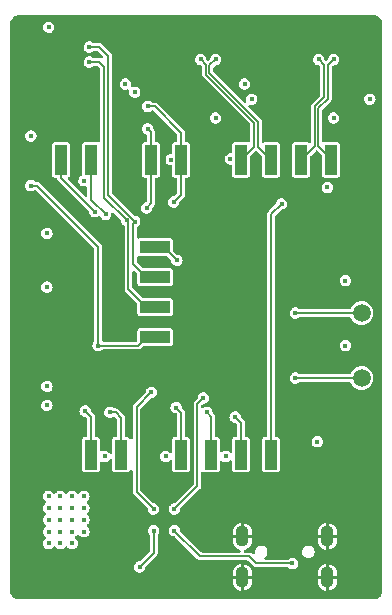
<source format=gbr>
%TF.GenerationSoftware,KiCad,Pcbnew,(6.0.1-0)*%
%TF.CreationDate,2022-02-09T14:27:11+08:00*%
%TF.ProjectId,usb_can,7573625f-6361-46e2-9e6b-696361645f70,rev?*%
%TF.SameCoordinates,Original*%
%TF.FileFunction,Copper,L4,Bot*%
%TF.FilePolarity,Positive*%
%FSLAX46Y46*%
G04 Gerber Fmt 4.6, Leading zero omitted, Abs format (unit mm)*
G04 Created by KiCad (PCBNEW (6.0.1-0)) date 2022-02-09 14:27:11*
%MOMM*%
%LPD*%
G01*
G04 APERTURE LIST*
%TA.AperFunction,ComponentPad*%
%ADD10O,1.100000X1.800000*%
%TD*%
%TA.AperFunction,SMDPad,CuDef*%
%ADD11R,1.000000X2.500000*%
%TD*%
%TA.AperFunction,SMDPad,CuDef*%
%ADD12C,1.500000*%
%TD*%
%TA.AperFunction,SMDPad,CuDef*%
%ADD13R,2.500000X1.000000*%
%TD*%
%TA.AperFunction,ViaPad*%
%ADD14C,0.450000*%
%TD*%
%TA.AperFunction,Conductor*%
%ADD15C,0.146812*%
%TD*%
G04 APERTURE END LIST*
D10*
%TO.P,J1,6,Shield*%
%TO.N,GND*%
X103900000Y-124400000D03*
X111100000Y-127870000D03*
X103900000Y-127870000D03*
X111100000Y-124400000D03*
%TD*%
D11*
%TO.P,J4,1,Pin_1*%
%TO.N,CAN1_L*%
X111430000Y-92525000D03*
%TO.P,J4,2,Pin_2*%
%TO.N,CAN1_H*%
X108890000Y-92525000D03*
%TO.P,J4,3,Pin_3*%
%TO.N,CAN2_L*%
X106350000Y-92525000D03*
%TO.P,J4,4,Pin_4*%
%TO.N,CAN2_H*%
X103810000Y-92525000D03*
%TO.P,J4,5,Pin_5*%
%TO.N,GND*%
X101270000Y-92525000D03*
%TO.P,J4,6,Pin_6*%
%TO.N,I2C1_SDA*%
X98730000Y-92525000D03*
%TO.P,J4,7,Pin_7*%
%TO.N,I2C1_SCL*%
X96190000Y-92525000D03*
%TO.P,J4,8,Pin_8*%
%TO.N,GND*%
X93650000Y-92525000D03*
%TO.P,J4,9,Pin_9*%
%TO.N,USART1_RX*%
X91110000Y-92525000D03*
%TO.P,J4,10,Pin_10*%
%TO.N,USART1_TX*%
X88570000Y-92525000D03*
%TD*%
D12*
%TO.P,TP1,1,1*%
%TO.N,Net-(TP1-Pad1)*%
X114000000Y-105500000D03*
%TD*%
%TO.P,TP2,1,1*%
%TO.N,Net-(TP2-Pad1)*%
X114000000Y-111000000D03*
%TD*%
D11*
%TO.P,J3,1,Pin_1*%
%TO.N,USART2_TX*%
X91110000Y-117475000D03*
%TO.P,J3,2,Pin_2*%
%TO.N,USART2_RX*%
X93650000Y-117475000D03*
%TO.P,J3,3,Pin_3*%
%TO.N,GND*%
X96190000Y-117475000D03*
%TO.P,J3,4,Pin_4*%
%TO.N,SPI1_SCK*%
X98730000Y-117475000D03*
%TO.P,J3,5,Pin_5*%
%TO.N,SPI1_MISO*%
X101270000Y-117475000D03*
%TO.P,J3,6,Pin_6*%
%TO.N,SPI1_MOSI*%
X103810000Y-117475000D03*
%TO.P,J3,7,Pin_7*%
%TO.N,SPI1_NSS*%
X106350000Y-117475000D03*
%TO.P,J3,8,Pin_8*%
%TO.N,GND*%
X108890000Y-117475000D03*
%TD*%
D13*
%TO.P,J5,1,Pin_1*%
%TO.N,+3V3*%
X96525000Y-99920000D03*
%TO.P,J5,2,Pin_2*%
%TO.N,SWDIO*%
X96525000Y-102460000D03*
%TO.P,J5,3,Pin_3*%
%TO.N,SWCLK*%
X96525000Y-105000000D03*
%TO.P,J5,4,Pin_4*%
%TO.N,NRST*%
X96525000Y-107540000D03*
%TO.P,J5,5,Pin_5*%
%TO.N,GND*%
X96525000Y-110080000D03*
%TD*%
D14*
%TO.N,Net-(J1-Pad4)*%
X108150000Y-126700000D03*
X98150000Y-123912500D03*
%TO.N,GND*%
X102500000Y-110000000D03*
X105000000Y-105000000D03*
X88000000Y-109000000D03*
X91900000Y-114400000D03*
X102500000Y-105000000D03*
X105000000Y-98500000D03*
X97500000Y-98500000D03*
X102500000Y-102500000D03*
X107500000Y-98500000D03*
X91100000Y-110800000D03*
X107500000Y-105000000D03*
X92500000Y-105000000D03*
X86000000Y-107500000D03*
X102500000Y-107500000D03*
X100000000Y-98500000D03*
X94000000Y-105000000D03*
X94000000Y-110000000D03*
X105000000Y-107500000D03*
X100000000Y-105000000D03*
X100000000Y-102500000D03*
X107500000Y-107500000D03*
X108900000Y-97000000D03*
X92500000Y-107500000D03*
X88000000Y-106000000D03*
X108900000Y-103600000D03*
X107500000Y-102500000D03*
X92500000Y-110000000D03*
X99200000Y-95700000D03*
X100000000Y-107500000D03*
X97500000Y-116900000D03*
X105000000Y-110000000D03*
X103600000Y-96000000D03*
X90900000Y-104000000D03*
X94000000Y-107500000D03*
X109000000Y-109100000D03*
X107500000Y-110000000D03*
X105000000Y-102500000D03*
X102500000Y-98500000D03*
X100000000Y-110000000D03*
X102525000Y-116900000D03*
X92500000Y-102500000D03*
%TO.N,+3V3*%
X101635000Y-88975000D03*
X111635000Y-88975000D03*
X102520000Y-117640000D03*
X86000000Y-90500000D03*
X87500000Y-121000000D03*
X89500000Y-121000000D03*
X94800000Y-86800000D03*
X87500000Y-123000000D03*
X87362500Y-113300000D03*
X97410000Y-117640000D03*
X87500000Y-81300000D03*
X89500000Y-122000000D03*
X87362500Y-111700000D03*
X97887500Y-92500000D03*
X87500000Y-125000000D03*
X102900000Y-92450000D03*
X88500000Y-125000000D03*
X90500000Y-121000000D03*
X90500000Y-122000000D03*
X90500000Y-124000000D03*
X87362500Y-98750000D03*
X89500000Y-125000000D03*
X89500000Y-123000000D03*
X94000000Y-86100000D03*
X112637500Y-102750000D03*
X87362500Y-103300000D03*
X104700000Y-87387500D03*
X104100000Y-86100000D03*
X90500000Y-123000000D03*
X92250000Y-117637500D03*
X89500000Y-124000000D03*
X114700000Y-87387500D03*
X112637500Y-108250000D03*
X87500000Y-124000000D03*
X90500000Y-94300000D03*
X88500000Y-121000000D03*
X98360000Y-101030000D03*
X88500000Y-123000000D03*
X110250000Y-116387500D03*
X111100000Y-94862500D03*
X87500000Y-122000000D03*
X88500000Y-124000000D03*
X88500000Y-122000000D03*
%TO.N,SWDIO*%
X90950000Y-82960000D03*
X94800000Y-97750000D03*
%TO.N,SWCLK*%
X90950000Y-84230000D03*
X94140000Y-97660000D03*
%TO.N,SPI1_NSS*%
X107225000Y-96250000D03*
%TO.N,USART1_TX*%
X91400000Y-96900000D03*
%TO.N,SPI1_SCK*%
X98300000Y-113500000D03*
%TO.N,USART1_RX*%
X92325000Y-97150000D03*
%TO.N,SPI1_MOSI*%
X103300000Y-114300000D03*
%TO.N,SPI1_MISO*%
X100900000Y-113900000D03*
%TO.N,CAN1_H*%
X110365000Y-84025000D03*
%TO.N,CAN2_H*%
X100365000Y-84025000D03*
%TO.N,CAN1_L*%
X111635000Y-84025000D03*
%TO.N,CAN2_L*%
X101635000Y-84025000D03*
%TO.N,USB_OTG_HS_VBUS*%
X96400000Y-122087500D03*
X96200000Y-112200000D03*
%TO.N,USB_OTG_HS_ID*%
X100600000Y-112700000D03*
X98150000Y-122087500D03*
%TO.N,NRST*%
X91700000Y-108250000D03*
X86000000Y-94700000D03*
%TO.N,USART2_TX*%
X90600000Y-113800000D03*
%TO.N,USART2_RX*%
X92700000Y-113900000D03*
%TO.N,I2C1_SDA*%
X95912500Y-88000000D03*
X98100000Y-96100000D03*
%TO.N,I2C1_SCL*%
X95900000Y-89900000D03*
X95800000Y-96600000D03*
%TO.N,/VBUS*%
X95200000Y-127000000D03*
X96400000Y-123912500D03*
%TO.N,Net-(TP1-Pad1)*%
X108400000Y-105500000D03*
%TO.N,Net-(TP2-Pad1)*%
X108400000Y-111000000D03*
%TD*%
D15*
%TO.N,Net-(J1-Pad4)*%
X105100000Y-126700000D02*
X104500000Y-126100000D01*
X104500000Y-126100000D02*
X100337500Y-126100000D01*
X108150000Y-126700000D02*
X105100000Y-126700000D01*
X100337500Y-126100000D02*
X98150000Y-123912500D01*
%TO.N,+3V3*%
X96525000Y-99920000D02*
X97250000Y-99920000D01*
X97250000Y-99920000D02*
X98360000Y-101030000D01*
%TO.N,SWDIO*%
X92550000Y-83725000D02*
X91785000Y-82960000D01*
X92550000Y-95500000D02*
X92550000Y-83725000D01*
X94800000Y-97750000D02*
X94680000Y-97870000D01*
X95790000Y-102460000D02*
X96525000Y-102460000D01*
X91785000Y-82960000D02*
X90950000Y-82960000D01*
X94680000Y-97870000D02*
X94680000Y-101350000D01*
X94680000Y-101350000D02*
X95790000Y-102460000D01*
X94800000Y-97750000D02*
X92550000Y-95500000D01*
%TO.N,SWCLK*%
X94140000Y-97660000D02*
X94260000Y-97780000D01*
X94140000Y-97660000D02*
X92200000Y-95720000D01*
X95780000Y-105000000D02*
X96525000Y-105000000D01*
X94260000Y-97780000D02*
X94260000Y-103480000D01*
X92200000Y-84625000D02*
X91805000Y-84230000D01*
X92200000Y-95720000D02*
X92200000Y-84625000D01*
X94260000Y-103480000D02*
X95780000Y-105000000D01*
X91805000Y-84230000D02*
X90950000Y-84230000D01*
%TO.N,SPI1_NSS*%
X107225000Y-96250000D02*
X106350000Y-97125000D01*
X106350000Y-97125000D02*
X106350000Y-117475000D01*
%TO.N,USART1_TX*%
X88570000Y-94070000D02*
X88570000Y-92525000D01*
X91400000Y-96900000D02*
X88570000Y-94070000D01*
%TO.N,SPI1_SCK*%
X98300000Y-113500000D02*
X98730000Y-113930000D01*
X98730000Y-113930000D02*
X98730000Y-117475000D01*
%TO.N,USART1_RX*%
X91110000Y-95935000D02*
X91110000Y-92525000D01*
X92325000Y-97150000D02*
X91110000Y-95935000D01*
%TO.N,SPI1_MOSI*%
X103300000Y-114300000D02*
X103810000Y-114810000D01*
X103810000Y-114810000D02*
X103810000Y-117475000D01*
%TO.N,SPI1_MISO*%
X101270000Y-114270000D02*
X101270000Y-117475000D01*
X100900000Y-113900000D02*
X101270000Y-114270000D01*
%TO.N,CAN1_H*%
X110850000Y-87225000D02*
X110850000Y-84510000D01*
X110075000Y-91340000D02*
X110075000Y-88000000D01*
X110850000Y-84510000D02*
X110365000Y-84025000D01*
X108890000Y-92525000D02*
X110075000Y-91340000D01*
X110075000Y-88000000D02*
X110850000Y-87225000D01*
%TO.N,CAN2_H*%
X103810000Y-92525000D02*
X104925000Y-91410000D01*
X100850000Y-84510000D02*
X100365000Y-84025000D01*
X104925000Y-89375000D02*
X100850000Y-85300000D01*
X104925000Y-91410000D02*
X104925000Y-89375000D01*
X100850000Y-85300000D02*
X100850000Y-84510000D01*
%TO.N,CAN1_L*%
X110350000Y-88150000D02*
X111150000Y-87350000D01*
X111150000Y-87350000D02*
X111150000Y-84510000D01*
X110350000Y-91345000D02*
X110350000Y-88150000D01*
X111150000Y-84510000D02*
X111635000Y-84025000D01*
X111430000Y-92425000D02*
X110350000Y-91345000D01*
%TO.N,CAN2_L*%
X105225000Y-89300000D02*
X101125000Y-85200000D01*
X106350000Y-92525000D02*
X105225000Y-91400000D01*
X101125000Y-85200000D02*
X101125000Y-84535000D01*
X105225000Y-91400000D02*
X105225000Y-89300000D01*
X101125000Y-84535000D02*
X101635000Y-84025000D01*
%TO.N,USB_OTG_HS_VBUS*%
X94950000Y-120637500D02*
X96400000Y-122087500D01*
X96200000Y-112200000D02*
X94950000Y-113450000D01*
X94950000Y-113450000D02*
X94950000Y-120637500D01*
%TO.N,USB_OTG_HS_ID*%
X100100000Y-113200000D02*
X100100000Y-120137500D01*
X100600000Y-112700000D02*
X100100000Y-113200000D01*
X100100000Y-120137500D02*
X98150000Y-122087500D01*
%TO.N,NRST*%
X95770000Y-107540000D02*
X96525000Y-107540000D01*
X91700000Y-108250000D02*
X95060000Y-108250000D01*
X95060000Y-108250000D02*
X95770000Y-107540000D01*
X91700000Y-99900000D02*
X86500000Y-94700000D01*
X86500000Y-94700000D02*
X86000000Y-94700000D01*
X91700000Y-108250000D02*
X91700000Y-99900000D01*
%TO.N,USART2_TX*%
X91110000Y-114310000D02*
X91110000Y-117475000D01*
X90600000Y-113800000D02*
X91110000Y-114310000D01*
%TO.N,USART2_RX*%
X93650000Y-114350000D02*
X93650000Y-117475000D01*
X92700000Y-113900000D02*
X93200000Y-113900000D01*
X93200000Y-113900000D02*
X93650000Y-114350000D01*
%TO.N,I2C1_SDA*%
X98100000Y-96100000D02*
X98730000Y-95470000D01*
X98730000Y-92525000D02*
X98730000Y-90230000D01*
X98730000Y-95470000D02*
X98730000Y-92425000D01*
X98730000Y-90230000D02*
X96500000Y-88000000D01*
X96500000Y-88000000D02*
X95912500Y-88000000D01*
%TO.N,I2C1_SCL*%
X96190000Y-96210000D02*
X96190000Y-92525000D01*
X95900000Y-89900000D02*
X96190000Y-90190000D01*
X96190000Y-90190000D02*
X96190000Y-92525000D01*
X95800000Y-96600000D02*
X96190000Y-96210000D01*
%TO.N,/VBUS*%
X96400000Y-125800000D02*
X96400000Y-123912500D01*
X95200000Y-127000000D02*
X96400000Y-125800000D01*
%TO.N,Net-(TP1-Pad1)*%
X108400000Y-105500000D02*
X114000000Y-105500000D01*
%TO.N,Net-(TP2-Pad1)*%
X108400000Y-111000000D02*
X114000000Y-111000000D01*
%TD*%
%TA.AperFunction,Conductor*%
%TO.N,GND*%
G36*
X114987153Y-80256421D02*
G01*
X115000000Y-80258976D01*
X115012172Y-80256555D01*
X115019754Y-80256555D01*
X115032104Y-80257162D01*
X115133188Y-80267118D01*
X115157408Y-80271935D01*
X115273617Y-80307187D01*
X115296418Y-80316631D01*
X115403517Y-80373876D01*
X115424047Y-80387594D01*
X115517909Y-80464626D01*
X115535374Y-80482091D01*
X115612406Y-80575953D01*
X115626124Y-80596483D01*
X115683369Y-80703582D01*
X115692813Y-80726383D01*
X115728065Y-80842592D01*
X115732882Y-80866812D01*
X115742838Y-80967896D01*
X115743445Y-80980246D01*
X115743445Y-80987828D01*
X115741024Y-81000000D01*
X115743445Y-81012170D01*
X115743579Y-81012844D01*
X115746000Y-81037425D01*
X115746000Y-128962575D01*
X115743579Y-128987153D01*
X115741024Y-129000000D01*
X115743445Y-129012172D01*
X115743445Y-129019754D01*
X115742838Y-129032104D01*
X115732882Y-129133188D01*
X115728065Y-129157408D01*
X115692813Y-129273617D01*
X115683369Y-129296418D01*
X115626124Y-129403517D01*
X115612406Y-129424047D01*
X115535374Y-129517909D01*
X115517909Y-129535374D01*
X115424047Y-129612406D01*
X115403517Y-129626124D01*
X115296418Y-129683369D01*
X115273617Y-129692813D01*
X115157408Y-129728065D01*
X115133188Y-129732882D01*
X115032104Y-129742838D01*
X115019754Y-129743445D01*
X115012172Y-129743445D01*
X115000000Y-129741024D01*
X114987153Y-129743579D01*
X114962575Y-129746000D01*
X85037425Y-129746000D01*
X85012847Y-129743579D01*
X85000000Y-129741024D01*
X84987828Y-129743445D01*
X84980246Y-129743445D01*
X84967896Y-129742838D01*
X84866812Y-129732882D01*
X84842592Y-129728065D01*
X84726383Y-129692813D01*
X84703582Y-129683369D01*
X84596483Y-129626124D01*
X84575953Y-129612406D01*
X84482091Y-129535374D01*
X84464626Y-129517909D01*
X84387594Y-129424047D01*
X84373876Y-129403517D01*
X84316631Y-129296418D01*
X84307187Y-129273617D01*
X84271935Y-129157408D01*
X84267118Y-129133188D01*
X84257162Y-129032104D01*
X84256555Y-129019754D01*
X84256555Y-129012172D01*
X84258976Y-129000000D01*
X84256421Y-128987153D01*
X84254000Y-128962575D01*
X84254000Y-128261828D01*
X103096000Y-128261828D01*
X103096393Y-128268852D01*
X103110234Y-128392253D01*
X103113336Y-128405906D01*
X103168021Y-128562938D01*
X103174074Y-128575571D01*
X103262191Y-128716589D01*
X103270888Y-128727561D01*
X103388060Y-128845555D01*
X103398971Y-128854327D01*
X103539366Y-128943425D01*
X103551962Y-128949568D01*
X103708609Y-129005348D01*
X103722235Y-129008544D01*
X103755011Y-129012452D01*
X103769418Y-129010025D01*
X103773000Y-128997257D01*
X103773000Y-128997010D01*
X104027000Y-128997010D01*
X104031197Y-129011302D01*
X104043798Y-129013360D01*
X104066735Y-129010949D01*
X104080406Y-129007944D01*
X104237825Y-128954354D01*
X104250491Y-128948393D01*
X104392124Y-128861260D01*
X104403158Y-128852640D01*
X104521961Y-128736299D01*
X104530818Y-128725440D01*
X104620889Y-128585676D01*
X104627121Y-128573123D01*
X104683991Y-128416873D01*
X104687284Y-128403258D01*
X104703503Y-128274870D01*
X104704000Y-128266980D01*
X104704000Y-128261828D01*
X110296000Y-128261828D01*
X110296393Y-128268852D01*
X110310234Y-128392253D01*
X110313336Y-128405906D01*
X110368021Y-128562938D01*
X110374074Y-128575571D01*
X110462191Y-128716589D01*
X110470888Y-128727561D01*
X110588060Y-128845555D01*
X110598971Y-128854327D01*
X110739366Y-128943425D01*
X110751962Y-128949568D01*
X110908609Y-129005348D01*
X110922235Y-129008544D01*
X110955011Y-129012452D01*
X110969418Y-129010025D01*
X110973000Y-128997257D01*
X110973000Y-128997010D01*
X111227000Y-128997010D01*
X111231197Y-129011302D01*
X111243798Y-129013360D01*
X111266735Y-129010949D01*
X111280406Y-129007944D01*
X111437825Y-128954354D01*
X111450491Y-128948393D01*
X111592124Y-128861260D01*
X111603158Y-128852640D01*
X111721961Y-128736299D01*
X111730818Y-128725440D01*
X111820889Y-128585676D01*
X111827121Y-128573123D01*
X111883991Y-128416873D01*
X111887284Y-128403258D01*
X111903503Y-128274870D01*
X111904000Y-128266980D01*
X111904000Y-128015115D01*
X111899525Y-127999876D01*
X111898135Y-127998671D01*
X111890452Y-127997000D01*
X111245115Y-127997000D01*
X111229876Y-128001475D01*
X111228671Y-128002865D01*
X111227000Y-128010548D01*
X111227000Y-128997010D01*
X110973000Y-128997010D01*
X110973000Y-128015115D01*
X110968525Y-127999876D01*
X110967135Y-127998671D01*
X110959452Y-127997000D01*
X110314115Y-127997000D01*
X110298876Y-128001475D01*
X110297671Y-128002865D01*
X110296000Y-128010548D01*
X110296000Y-128261828D01*
X104704000Y-128261828D01*
X104704000Y-128015115D01*
X104699525Y-127999876D01*
X104698135Y-127998671D01*
X104690452Y-127997000D01*
X104045115Y-127997000D01*
X104029876Y-128001475D01*
X104028671Y-128002865D01*
X104027000Y-128010548D01*
X104027000Y-128997010D01*
X103773000Y-128997010D01*
X103773000Y-128015115D01*
X103768525Y-127999876D01*
X103767135Y-127998671D01*
X103759452Y-127997000D01*
X103114115Y-127997000D01*
X103098876Y-128001475D01*
X103097671Y-128002865D01*
X103096000Y-128010548D01*
X103096000Y-128261828D01*
X84254000Y-128261828D01*
X84254000Y-127724885D01*
X103096000Y-127724885D01*
X103100475Y-127740124D01*
X103101865Y-127741329D01*
X103109548Y-127743000D01*
X103754885Y-127743000D01*
X103770124Y-127738525D01*
X103771329Y-127737135D01*
X103773000Y-127729452D01*
X103773000Y-127724885D01*
X104027000Y-127724885D01*
X104031475Y-127740124D01*
X104032865Y-127741329D01*
X104040548Y-127743000D01*
X104685885Y-127743000D01*
X104701124Y-127738525D01*
X104702329Y-127737135D01*
X104704000Y-127729452D01*
X104704000Y-127724885D01*
X110296000Y-127724885D01*
X110300475Y-127740124D01*
X110301865Y-127741329D01*
X110309548Y-127743000D01*
X110954885Y-127743000D01*
X110970124Y-127738525D01*
X110971329Y-127737135D01*
X110973000Y-127729452D01*
X110973000Y-127724885D01*
X111227000Y-127724885D01*
X111231475Y-127740124D01*
X111232865Y-127741329D01*
X111240548Y-127743000D01*
X111885885Y-127743000D01*
X111901124Y-127738525D01*
X111902329Y-127737135D01*
X111904000Y-127729452D01*
X111904000Y-127478172D01*
X111903607Y-127471148D01*
X111889766Y-127347747D01*
X111886664Y-127334094D01*
X111831979Y-127177062D01*
X111825926Y-127164429D01*
X111737809Y-127023411D01*
X111729112Y-127012439D01*
X111611940Y-126894445D01*
X111601029Y-126885673D01*
X111460634Y-126796575D01*
X111448038Y-126790432D01*
X111291391Y-126734652D01*
X111277765Y-126731456D01*
X111244989Y-126727548D01*
X111230582Y-126729975D01*
X111227000Y-126742743D01*
X111227000Y-127724885D01*
X110973000Y-127724885D01*
X110973000Y-126742990D01*
X110968803Y-126728698D01*
X110956202Y-126726640D01*
X110933265Y-126729051D01*
X110919594Y-126732056D01*
X110762175Y-126785646D01*
X110749509Y-126791607D01*
X110607876Y-126878740D01*
X110596842Y-126887360D01*
X110478039Y-127003701D01*
X110469182Y-127014560D01*
X110379111Y-127154324D01*
X110372879Y-127166877D01*
X110316009Y-127323127D01*
X110312716Y-127336742D01*
X110296497Y-127465130D01*
X110296000Y-127473020D01*
X110296000Y-127724885D01*
X104704000Y-127724885D01*
X104704000Y-127478172D01*
X104703607Y-127471148D01*
X104689766Y-127347747D01*
X104686664Y-127334094D01*
X104631979Y-127177062D01*
X104625926Y-127164429D01*
X104537809Y-127023411D01*
X104529112Y-127012439D01*
X104411940Y-126894445D01*
X104401029Y-126885673D01*
X104260634Y-126796575D01*
X104248038Y-126790432D01*
X104091391Y-126734652D01*
X104077765Y-126731456D01*
X104044989Y-126727548D01*
X104030582Y-126729975D01*
X104027000Y-126742743D01*
X104027000Y-127724885D01*
X103773000Y-127724885D01*
X103773000Y-126742990D01*
X103768803Y-126728698D01*
X103756202Y-126726640D01*
X103733265Y-126729051D01*
X103719594Y-126732056D01*
X103562175Y-126785646D01*
X103549509Y-126791607D01*
X103407876Y-126878740D01*
X103396842Y-126887360D01*
X103278039Y-127003701D01*
X103269182Y-127014560D01*
X103179111Y-127154324D01*
X103172879Y-127166877D01*
X103116009Y-127323127D01*
X103112716Y-127336742D01*
X103096497Y-127465130D01*
X103096000Y-127473020D01*
X103096000Y-127724885D01*
X84254000Y-127724885D01*
X84254000Y-126994082D01*
X94715605Y-126994082D01*
X94716769Y-127002984D01*
X94716769Y-127002987D01*
X94724221Y-127059975D01*
X94733414Y-127130273D01*
X94788732Y-127255992D01*
X94794510Y-127262865D01*
X94794510Y-127262866D01*
X94854383Y-127334094D01*
X94877111Y-127361132D01*
X94991447Y-127437240D01*
X95122549Y-127478199D01*
X95259876Y-127480716D01*
X95269109Y-127478199D01*
X95383727Y-127446951D01*
X95392391Y-127444589D01*
X95509439Y-127372721D01*
X95526153Y-127354256D01*
X95595584Y-127277550D01*
X95595585Y-127277549D01*
X95601612Y-127270890D01*
X95646446Y-127178354D01*
X95657585Y-127155362D01*
X95657585Y-127155361D01*
X95661499Y-127147283D01*
X95681502Y-127028386D01*
X95684157Y-127012604D01*
X95719316Y-126944413D01*
X96617850Y-126045879D01*
X96625954Y-126038452D01*
X96646620Y-126021111D01*
X96655065Y-126014025D01*
X96660576Y-126004480D01*
X96660579Y-126004476D01*
X96674066Y-125981115D01*
X96679972Y-125971844D01*
X96695444Y-125949748D01*
X96701768Y-125940717D01*
X96704623Y-125930063D01*
X96706145Y-125926799D01*
X96707373Y-125923426D01*
X96712884Y-125913880D01*
X96718480Y-125882147D01*
X96719483Y-125876456D01*
X96721862Y-125865727D01*
X96728844Y-125839671D01*
X96728844Y-125839666D01*
X96731697Y-125829020D01*
X96728672Y-125794440D01*
X96728386Y-125791177D01*
X96727906Y-125780195D01*
X96727906Y-124313375D01*
X96747908Y-124245254D01*
X96760491Y-124228820D01*
X96795584Y-124190050D01*
X96795585Y-124190049D01*
X96801612Y-124183390D01*
X96815192Y-124155362D01*
X96857585Y-124067862D01*
X96857585Y-124067861D01*
X96861499Y-124059783D01*
X96884286Y-123924336D01*
X96884431Y-123912500D01*
X96883584Y-123906582D01*
X97665605Y-123906582D01*
X97666769Y-123915484D01*
X97666769Y-123915487D01*
X97673420Y-123966344D01*
X97683414Y-124042773D01*
X97738732Y-124168492D01*
X97744510Y-124175365D01*
X97744510Y-124175366D01*
X97818011Y-124262806D01*
X97827111Y-124273632D01*
X97941447Y-124349740D01*
X98072549Y-124390699D01*
X98115351Y-124391483D01*
X98183094Y-124412729D01*
X98202138Y-124428367D01*
X99149325Y-125375555D01*
X100091632Y-126317862D01*
X100099047Y-126325953D01*
X100123475Y-126355065D01*
X100156391Y-126374069D01*
X100165637Y-126379960D01*
X100196783Y-126401768D01*
X100207436Y-126404623D01*
X100210701Y-126406145D01*
X100214074Y-126407373D01*
X100223620Y-126412884D01*
X100234473Y-126414798D01*
X100234474Y-126414798D01*
X100261044Y-126419483D01*
X100271773Y-126421862D01*
X100297829Y-126428844D01*
X100297834Y-126428844D01*
X100308480Y-126431697D01*
X100319464Y-126430736D01*
X100319465Y-126430736D01*
X100346323Y-126428386D01*
X100357305Y-126427906D01*
X104311986Y-126427906D01*
X104380107Y-126447908D01*
X104401082Y-126464811D01*
X104854138Y-126917868D01*
X104861563Y-126925972D01*
X104885975Y-126955065D01*
X104918891Y-126974069D01*
X104928137Y-126979960D01*
X104959283Y-127001768D01*
X104969936Y-127004623D01*
X104973201Y-127006145D01*
X104976574Y-127007373D01*
X104986120Y-127012884D01*
X104996973Y-127014798D01*
X104996974Y-127014798D01*
X105023544Y-127019483D01*
X105034273Y-127021862D01*
X105060329Y-127028844D01*
X105060334Y-127028844D01*
X105070980Y-127031697D01*
X105081964Y-127030736D01*
X105081965Y-127030736D01*
X105108823Y-127028386D01*
X105119805Y-127027906D01*
X107743744Y-127027906D01*
X107811865Y-127047908D01*
X107823322Y-127056625D01*
X107827111Y-127061132D01*
X107834582Y-127066105D01*
X107834583Y-127066106D01*
X107933973Y-127132265D01*
X107941447Y-127137240D01*
X108072549Y-127178199D01*
X108209876Y-127180716D01*
X108219109Y-127178199D01*
X108333727Y-127146951D01*
X108342391Y-127144589D01*
X108459439Y-127072721D01*
X108500004Y-127027906D01*
X108545584Y-126977550D01*
X108545585Y-126977549D01*
X108551612Y-126970890D01*
X108588650Y-126894445D01*
X108607585Y-126855362D01*
X108607585Y-126855361D01*
X108611499Y-126847283D01*
X108634286Y-126711836D01*
X108634431Y-126700000D01*
X108625526Y-126637816D01*
X108616232Y-126572923D01*
X108616232Y-126572921D01*
X108614959Y-126564036D01*
X108558110Y-126439003D01*
X108468453Y-126334951D01*
X108353196Y-126260244D01*
X108221603Y-126220890D01*
X108212627Y-126220835D01*
X108212626Y-126220835D01*
X108155080Y-126220484D01*
X108084255Y-126220051D01*
X107952192Y-126257795D01*
X107944605Y-126262582D01*
X107944603Y-126262583D01*
X107856991Y-126317862D01*
X107836031Y-126331087D01*
X107830089Y-126337815D01*
X107825114Y-126342049D01*
X107760274Y-126370966D01*
X107743452Y-126372094D01*
X105891158Y-126372094D01*
X105823037Y-126352092D01*
X105776544Y-126298436D01*
X105766440Y-126228162D01*
X105795934Y-126163582D01*
X105814454Y-126146131D01*
X105871093Y-126102671D01*
X105871094Y-126102670D01*
X105877644Y-126097644D01*
X105962517Y-125987034D01*
X106005963Y-125882147D01*
X106012711Y-125865856D01*
X106015871Y-125858227D01*
X106034069Y-125720000D01*
X108965931Y-125720000D01*
X108984129Y-125858227D01*
X108987289Y-125865856D01*
X108994037Y-125882147D01*
X109037483Y-125987034D01*
X109122356Y-126097644D01*
X109232965Y-126182517D01*
X109361773Y-126235871D01*
X109500000Y-126254069D01*
X109508188Y-126252991D01*
X109630039Y-126236949D01*
X109638227Y-126235871D01*
X109767035Y-126182517D01*
X109877644Y-126097644D01*
X109962517Y-125987034D01*
X110005963Y-125882147D01*
X110012711Y-125865856D01*
X110015871Y-125858227D01*
X110034069Y-125720000D01*
X110015871Y-125581773D01*
X109962517Y-125452966D01*
X109877644Y-125342356D01*
X109767035Y-125257483D01*
X109638227Y-125204129D01*
X109500000Y-125185931D01*
X109361773Y-125204129D01*
X109232966Y-125257483D01*
X109122356Y-125342356D01*
X109037483Y-125452966D01*
X108984129Y-125581773D01*
X108965931Y-125720000D01*
X106034069Y-125720000D01*
X106015871Y-125581773D01*
X105962517Y-125452966D01*
X105877644Y-125342356D01*
X105767035Y-125257483D01*
X105638227Y-125204129D01*
X105500000Y-125185931D01*
X105361773Y-125204129D01*
X105232966Y-125257483D01*
X105122356Y-125342356D01*
X105037483Y-125452966D01*
X104984129Y-125581773D01*
X104965931Y-125720000D01*
X104975429Y-125792141D01*
X104964490Y-125862288D01*
X104917362Y-125915387D01*
X104849009Y-125934577D01*
X104781131Y-125913766D01*
X104761414Y-125897684D01*
X104745876Y-125882147D01*
X104738447Y-125874040D01*
X104731580Y-125865856D01*
X104714025Y-125844935D01*
X104681116Y-125825935D01*
X104671852Y-125820033D01*
X104649746Y-125804554D01*
X104649745Y-125804554D01*
X104640717Y-125798232D01*
X104630071Y-125795379D01*
X104626809Y-125793858D01*
X104623424Y-125792626D01*
X104613880Y-125787116D01*
X104603027Y-125785202D01*
X104603026Y-125785202D01*
X104576456Y-125780517D01*
X104565727Y-125778138D01*
X104539671Y-125771156D01*
X104539666Y-125771156D01*
X104529020Y-125768303D01*
X104518036Y-125769264D01*
X104518035Y-125769264D01*
X104491177Y-125771614D01*
X104480195Y-125772094D01*
X104153699Y-125772094D01*
X104085578Y-125752092D01*
X104039085Y-125698436D01*
X104028981Y-125628162D01*
X104058475Y-125563582D01*
X104113093Y-125526816D01*
X104237825Y-125484354D01*
X104250491Y-125478393D01*
X104392124Y-125391260D01*
X104403158Y-125382640D01*
X104521961Y-125266299D01*
X104530818Y-125255440D01*
X104620889Y-125115676D01*
X104627121Y-125103123D01*
X104683991Y-124946873D01*
X104687284Y-124933258D01*
X104703503Y-124804870D01*
X104704000Y-124796980D01*
X104704000Y-124791828D01*
X110296000Y-124791828D01*
X110296393Y-124798852D01*
X110310234Y-124922253D01*
X110313336Y-124935906D01*
X110368021Y-125092938D01*
X110374074Y-125105571D01*
X110462191Y-125246589D01*
X110470888Y-125257561D01*
X110588060Y-125375555D01*
X110598971Y-125384327D01*
X110739366Y-125473425D01*
X110751962Y-125479568D01*
X110908609Y-125535348D01*
X110922235Y-125538544D01*
X110955011Y-125542452D01*
X110969418Y-125540025D01*
X110973000Y-125527257D01*
X110973000Y-125527010D01*
X111227000Y-125527010D01*
X111231197Y-125541302D01*
X111243798Y-125543360D01*
X111266735Y-125540949D01*
X111280406Y-125537944D01*
X111437825Y-125484354D01*
X111450491Y-125478393D01*
X111592124Y-125391260D01*
X111603158Y-125382640D01*
X111721961Y-125266299D01*
X111730818Y-125255440D01*
X111820889Y-125115676D01*
X111827121Y-125103123D01*
X111883991Y-124946873D01*
X111887284Y-124933258D01*
X111903503Y-124804870D01*
X111904000Y-124796980D01*
X111904000Y-124545115D01*
X111899525Y-124529876D01*
X111898135Y-124528671D01*
X111890452Y-124527000D01*
X111245115Y-124527000D01*
X111229876Y-124531475D01*
X111228671Y-124532865D01*
X111227000Y-124540548D01*
X111227000Y-125527010D01*
X110973000Y-125527010D01*
X110973000Y-124545115D01*
X110968525Y-124529876D01*
X110967135Y-124528671D01*
X110959452Y-124527000D01*
X110314115Y-124527000D01*
X110298876Y-124531475D01*
X110297671Y-124532865D01*
X110296000Y-124540548D01*
X110296000Y-124791828D01*
X104704000Y-124791828D01*
X104704000Y-124545115D01*
X104699525Y-124529876D01*
X104698135Y-124528671D01*
X104690452Y-124527000D01*
X103114115Y-124527000D01*
X103098876Y-124531475D01*
X103097671Y-124532865D01*
X103096000Y-124540548D01*
X103096000Y-124791828D01*
X103096393Y-124798852D01*
X103110234Y-124922253D01*
X103113336Y-124935906D01*
X103168021Y-125092938D01*
X103174074Y-125105571D01*
X103262191Y-125246589D01*
X103270888Y-125257561D01*
X103388060Y-125375555D01*
X103398971Y-125384327D01*
X103539366Y-125473425D01*
X103551962Y-125479568D01*
X103686276Y-125527395D01*
X103743740Y-125569089D01*
X103769540Y-125635232D01*
X103755485Y-125704823D01*
X103706037Y-125755769D01*
X103644009Y-125772094D01*
X100525514Y-125772094D01*
X100457393Y-125752092D01*
X100436419Y-125735189D01*
X98956114Y-124254885D01*
X103096000Y-124254885D01*
X103100475Y-124270124D01*
X103101865Y-124271329D01*
X103109548Y-124273000D01*
X103754885Y-124273000D01*
X103770124Y-124268525D01*
X103771329Y-124267135D01*
X103773000Y-124259452D01*
X103773000Y-124254885D01*
X104027000Y-124254885D01*
X104031475Y-124270124D01*
X104032865Y-124271329D01*
X104040548Y-124273000D01*
X104685885Y-124273000D01*
X104701124Y-124268525D01*
X104702329Y-124267135D01*
X104704000Y-124259452D01*
X104704000Y-124254885D01*
X110296000Y-124254885D01*
X110300475Y-124270124D01*
X110301865Y-124271329D01*
X110309548Y-124273000D01*
X110954885Y-124273000D01*
X110970124Y-124268525D01*
X110971329Y-124267135D01*
X110973000Y-124259452D01*
X110973000Y-124254885D01*
X111227000Y-124254885D01*
X111231475Y-124270124D01*
X111232865Y-124271329D01*
X111240548Y-124273000D01*
X111885885Y-124273000D01*
X111901124Y-124268525D01*
X111902329Y-124267135D01*
X111904000Y-124259452D01*
X111904000Y-124008172D01*
X111903607Y-124001148D01*
X111889766Y-123877747D01*
X111886664Y-123864094D01*
X111831979Y-123707062D01*
X111825926Y-123694429D01*
X111737809Y-123553411D01*
X111729112Y-123542439D01*
X111611940Y-123424445D01*
X111601029Y-123415673D01*
X111460634Y-123326575D01*
X111448038Y-123320432D01*
X111291391Y-123264652D01*
X111277765Y-123261456D01*
X111244989Y-123257548D01*
X111230582Y-123259975D01*
X111227000Y-123272743D01*
X111227000Y-124254885D01*
X110973000Y-124254885D01*
X110973000Y-123272990D01*
X110968803Y-123258698D01*
X110956202Y-123256640D01*
X110933265Y-123259051D01*
X110919594Y-123262056D01*
X110762175Y-123315646D01*
X110749509Y-123321607D01*
X110607876Y-123408740D01*
X110596842Y-123417360D01*
X110478039Y-123533701D01*
X110469182Y-123544560D01*
X110379111Y-123684324D01*
X110372879Y-123696877D01*
X110316009Y-123853127D01*
X110312716Y-123866742D01*
X110296497Y-123995130D01*
X110296000Y-124003020D01*
X110296000Y-124254885D01*
X104704000Y-124254885D01*
X104704000Y-124008172D01*
X104703607Y-124001148D01*
X104689766Y-123877747D01*
X104686664Y-123864094D01*
X104631979Y-123707062D01*
X104625926Y-123694429D01*
X104537809Y-123553411D01*
X104529112Y-123542439D01*
X104411940Y-123424445D01*
X104401029Y-123415673D01*
X104260634Y-123326575D01*
X104248038Y-123320432D01*
X104091391Y-123264652D01*
X104077765Y-123261456D01*
X104044989Y-123257548D01*
X104030582Y-123259975D01*
X104027000Y-123272743D01*
X104027000Y-124254885D01*
X103773000Y-124254885D01*
X103773000Y-123272990D01*
X103768803Y-123258698D01*
X103756202Y-123256640D01*
X103733265Y-123259051D01*
X103719594Y-123262056D01*
X103562175Y-123315646D01*
X103549509Y-123321607D01*
X103407876Y-123408740D01*
X103396842Y-123417360D01*
X103278039Y-123533701D01*
X103269182Y-123544560D01*
X103179111Y-123684324D01*
X103172879Y-123696877D01*
X103116009Y-123853127D01*
X103112716Y-123866742D01*
X103096497Y-123995130D01*
X103096000Y-124003020D01*
X103096000Y-124254885D01*
X98956114Y-124254885D01*
X98667573Y-123966344D01*
X98633548Y-123904032D01*
X98631941Y-123895112D01*
X98616232Y-123785423D01*
X98616232Y-123785421D01*
X98614959Y-123776536D01*
X98558110Y-123651503D01*
X98468453Y-123547451D01*
X98353196Y-123472744D01*
X98221603Y-123433390D01*
X98212627Y-123433335D01*
X98212626Y-123433335D01*
X98155080Y-123432984D01*
X98084255Y-123432551D01*
X97952192Y-123470295D01*
X97944605Y-123475082D01*
X97944603Y-123475083D01*
X97933780Y-123481912D01*
X97836031Y-123543587D01*
X97830088Y-123550316D01*
X97780606Y-123606343D01*
X97745109Y-123646536D01*
X97741295Y-123654659D01*
X97741294Y-123654661D01*
X97722623Y-123694429D01*
X97686736Y-123770866D01*
X97677027Y-123833224D01*
X97666986Y-123897709D01*
X97666986Y-123897713D01*
X97665605Y-123906582D01*
X96883584Y-123906582D01*
X96866232Y-123785423D01*
X96866232Y-123785421D01*
X96864959Y-123776536D01*
X96808110Y-123651503D01*
X96718453Y-123547451D01*
X96603196Y-123472744D01*
X96471603Y-123433390D01*
X96462627Y-123433335D01*
X96462626Y-123433335D01*
X96405080Y-123432984D01*
X96334255Y-123432551D01*
X96202192Y-123470295D01*
X96194605Y-123475082D01*
X96194603Y-123475083D01*
X96183780Y-123481912D01*
X96086031Y-123543587D01*
X96080088Y-123550316D01*
X96030606Y-123606343D01*
X95995109Y-123646536D01*
X95991295Y-123654659D01*
X95991294Y-123654661D01*
X95972623Y-123694429D01*
X95936736Y-123770866D01*
X95927027Y-123833224D01*
X95916986Y-123897709D01*
X95916986Y-123897713D01*
X95915605Y-123906582D01*
X95916769Y-123915484D01*
X95916769Y-123915487D01*
X95923420Y-123966344D01*
X95933414Y-124042773D01*
X95988732Y-124168492D01*
X95994510Y-124175366D01*
X95994511Y-124175367D01*
X96042545Y-124232511D01*
X96071066Y-124297527D01*
X96072094Y-124313586D01*
X96072094Y-125611987D01*
X96052092Y-125680108D01*
X96035189Y-125701082D01*
X95252947Y-126483324D01*
X95190635Y-126517350D01*
X95163083Y-126520227D01*
X95150778Y-126520152D01*
X95134255Y-126520051D01*
X95002192Y-126557795D01*
X94994605Y-126562582D01*
X94994603Y-126562583D01*
X94932850Y-126601546D01*
X94886031Y-126631087D01*
X94795109Y-126734036D01*
X94736736Y-126858366D01*
X94727472Y-126917868D01*
X94716986Y-126985209D01*
X94716986Y-126985213D01*
X94715605Y-126994082D01*
X84254000Y-126994082D01*
X84254000Y-124994082D01*
X87015605Y-124994082D01*
X87016769Y-125002984D01*
X87016769Y-125002987D01*
X87018554Y-125016633D01*
X87033414Y-125130273D01*
X87057904Y-125185931D01*
X87084595Y-125246589D01*
X87088732Y-125255992D01*
X87094510Y-125262865D01*
X87094510Y-125262866D01*
X87171331Y-125354256D01*
X87177111Y-125361132D01*
X87291447Y-125437240D01*
X87422549Y-125478199D01*
X87559876Y-125480716D01*
X87569109Y-125478199D01*
X87683727Y-125446951D01*
X87692391Y-125444589D01*
X87790537Y-125384327D01*
X87801791Y-125377417D01*
X87809439Y-125372721D01*
X87897092Y-125275884D01*
X87897094Y-125275882D01*
X87901612Y-125270890D01*
X87902333Y-125271542D01*
X87950898Y-125231313D01*
X88021379Y-125222772D01*
X88085289Y-125253692D01*
X88097133Y-125265986D01*
X88166837Y-125348909D01*
X88177111Y-125361132D01*
X88291447Y-125437240D01*
X88422549Y-125478199D01*
X88559876Y-125480716D01*
X88569109Y-125478199D01*
X88683727Y-125446951D01*
X88692391Y-125444589D01*
X88790537Y-125384327D01*
X88801791Y-125377417D01*
X88809439Y-125372721D01*
X88897092Y-125275884D01*
X88897094Y-125275882D01*
X88901612Y-125270890D01*
X88902333Y-125271542D01*
X88950898Y-125231313D01*
X89021379Y-125222772D01*
X89085289Y-125253692D01*
X89097133Y-125265986D01*
X89166837Y-125348909D01*
X89177111Y-125361132D01*
X89291447Y-125437240D01*
X89422549Y-125478199D01*
X89559876Y-125480716D01*
X89569109Y-125478199D01*
X89683727Y-125446951D01*
X89692391Y-125444589D01*
X89790537Y-125384327D01*
X89801791Y-125377417D01*
X89809439Y-125372721D01*
X89830993Y-125348909D01*
X89895584Y-125277550D01*
X89895586Y-125277547D01*
X89901612Y-125270890D01*
X89909098Y-125255440D01*
X89957585Y-125155362D01*
X89957585Y-125155361D01*
X89961499Y-125147283D01*
X89984286Y-125011836D01*
X89984431Y-125000000D01*
X89983584Y-124994082D01*
X89966232Y-124872923D01*
X89966232Y-124872921D01*
X89964959Y-124864036D01*
X89908110Y-124739003D01*
X89818453Y-124634951D01*
X89773882Y-124606061D01*
X89727598Y-124552224D01*
X89717768Y-124481912D01*
X89747513Y-124417446D01*
X89776487Y-124392954D01*
X89801788Y-124377419D01*
X89801789Y-124377418D01*
X89809439Y-124372721D01*
X89897092Y-124275884D01*
X89897094Y-124275882D01*
X89901612Y-124270890D01*
X89902333Y-124271542D01*
X89950898Y-124231313D01*
X90021379Y-124222772D01*
X90085289Y-124253692D01*
X90097131Y-124265984D01*
X90177111Y-124361132D01*
X90291447Y-124437240D01*
X90422549Y-124478199D01*
X90559876Y-124480716D01*
X90569109Y-124478199D01*
X90626133Y-124462653D01*
X90692391Y-124444589D01*
X90809439Y-124372721D01*
X90826153Y-124354256D01*
X90895584Y-124277550D01*
X90895586Y-124277547D01*
X90901612Y-124270890D01*
X90909367Y-124254885D01*
X90957585Y-124155362D01*
X90957585Y-124155361D01*
X90961499Y-124147283D01*
X90984286Y-124011836D01*
X90984431Y-124000000D01*
X90983584Y-123994082D01*
X90966232Y-123872923D01*
X90966232Y-123872921D01*
X90964959Y-123864036D01*
X90908110Y-123739003D01*
X90818453Y-123634951D01*
X90773882Y-123606061D01*
X90727598Y-123552224D01*
X90717768Y-123481912D01*
X90747513Y-123417446D01*
X90776487Y-123392954D01*
X90801788Y-123377419D01*
X90801789Y-123377418D01*
X90809439Y-123372721D01*
X90826153Y-123354256D01*
X90895584Y-123277550D01*
X90895586Y-123277547D01*
X90901612Y-123270890D01*
X90906901Y-123259975D01*
X90957585Y-123155362D01*
X90957585Y-123155361D01*
X90961499Y-123147283D01*
X90984286Y-123011836D01*
X90984431Y-123000000D01*
X90983584Y-122994082D01*
X90966232Y-122872923D01*
X90966232Y-122872921D01*
X90964959Y-122864036D01*
X90908110Y-122739003D01*
X90818453Y-122634951D01*
X90773882Y-122606061D01*
X90727598Y-122552224D01*
X90717768Y-122481912D01*
X90747513Y-122417446D01*
X90776487Y-122392954D01*
X90801788Y-122377419D01*
X90801789Y-122377418D01*
X90809439Y-122372721D01*
X90815463Y-122366066D01*
X90895584Y-122277550D01*
X90895586Y-122277547D01*
X90901612Y-122270890D01*
X90909945Y-122253692D01*
X90957585Y-122155362D01*
X90957585Y-122155361D01*
X90961499Y-122147283D01*
X90984286Y-122011836D01*
X90984431Y-122000000D01*
X90983584Y-121994082D01*
X90966232Y-121872923D01*
X90966232Y-121872921D01*
X90964959Y-121864036D01*
X90908110Y-121739003D01*
X90818453Y-121634951D01*
X90776452Y-121607727D01*
X90773882Y-121606061D01*
X90727598Y-121552224D01*
X90717768Y-121481912D01*
X90747513Y-121417446D01*
X90776487Y-121392954D01*
X90801788Y-121377419D01*
X90801789Y-121377418D01*
X90809439Y-121372721D01*
X90901612Y-121270890D01*
X90909945Y-121253692D01*
X90957585Y-121155362D01*
X90957585Y-121155361D01*
X90961499Y-121147283D01*
X90984286Y-121011836D01*
X90984431Y-121000000D01*
X90983584Y-120994082D01*
X90966232Y-120872923D01*
X90966232Y-120872921D01*
X90964959Y-120864036D01*
X90908110Y-120739003D01*
X90818453Y-120634951D01*
X90703196Y-120560244D01*
X90571603Y-120520890D01*
X90562627Y-120520835D01*
X90562626Y-120520835D01*
X90505080Y-120520484D01*
X90434255Y-120520051D01*
X90302192Y-120557795D01*
X90294605Y-120562582D01*
X90294603Y-120562583D01*
X90232850Y-120601546D01*
X90186031Y-120631087D01*
X90095109Y-120734036D01*
X90092622Y-120731839D01*
X90050846Y-120767322D01*
X89980476Y-120776733D01*
X89916189Y-120746604D01*
X89904184Y-120734446D01*
X89824314Y-120641753D01*
X89818453Y-120634951D01*
X89703196Y-120560244D01*
X89571603Y-120520890D01*
X89562627Y-120520835D01*
X89562626Y-120520835D01*
X89505080Y-120520484D01*
X89434255Y-120520051D01*
X89302192Y-120557795D01*
X89294605Y-120562582D01*
X89294603Y-120562583D01*
X89232850Y-120601546D01*
X89186031Y-120631087D01*
X89095109Y-120734036D01*
X89092622Y-120731839D01*
X89050846Y-120767322D01*
X88980476Y-120776733D01*
X88916189Y-120746604D01*
X88904184Y-120734446D01*
X88824314Y-120641753D01*
X88818453Y-120634951D01*
X88703196Y-120560244D01*
X88571603Y-120520890D01*
X88562627Y-120520835D01*
X88562626Y-120520835D01*
X88505080Y-120520484D01*
X88434255Y-120520051D01*
X88302192Y-120557795D01*
X88294605Y-120562582D01*
X88294603Y-120562583D01*
X88232850Y-120601546D01*
X88186031Y-120631087D01*
X88095109Y-120734036D01*
X88092622Y-120731839D01*
X88050846Y-120767322D01*
X87980476Y-120776733D01*
X87916189Y-120746604D01*
X87904184Y-120734446D01*
X87824314Y-120641753D01*
X87818453Y-120634951D01*
X87703196Y-120560244D01*
X87571603Y-120520890D01*
X87562627Y-120520835D01*
X87562626Y-120520835D01*
X87505080Y-120520484D01*
X87434255Y-120520051D01*
X87302192Y-120557795D01*
X87294605Y-120562582D01*
X87294603Y-120562583D01*
X87232850Y-120601546D01*
X87186031Y-120631087D01*
X87095109Y-120734036D01*
X87036736Y-120858366D01*
X87027027Y-120920724D01*
X87016986Y-120985209D01*
X87016986Y-120985213D01*
X87015605Y-120994082D01*
X87016769Y-121002984D01*
X87016769Y-121002987D01*
X87018554Y-121016633D01*
X87033414Y-121130273D01*
X87088732Y-121255992D01*
X87177111Y-121361132D01*
X87227833Y-121394895D01*
X87273454Y-121449290D01*
X87282426Y-121519717D01*
X87251897Y-121583815D01*
X87225248Y-121606343D01*
X87186031Y-121631087D01*
X87180088Y-121637816D01*
X87173483Y-121645295D01*
X87095109Y-121734036D01*
X87036736Y-121858366D01*
X87027027Y-121920724D01*
X87016986Y-121985209D01*
X87016986Y-121985213D01*
X87015605Y-121994082D01*
X87016769Y-122002984D01*
X87016769Y-122002987D01*
X87018554Y-122016633D01*
X87033414Y-122130273D01*
X87088732Y-122255992D01*
X87177111Y-122361132D01*
X87227833Y-122394895D01*
X87273454Y-122449290D01*
X87282426Y-122519717D01*
X87251897Y-122583815D01*
X87225248Y-122606343D01*
X87186031Y-122631087D01*
X87095109Y-122734036D01*
X87036736Y-122858366D01*
X87027027Y-122920724D01*
X87016986Y-122985209D01*
X87016986Y-122985213D01*
X87015605Y-122994082D01*
X87016769Y-123002984D01*
X87016769Y-123002987D01*
X87018554Y-123016633D01*
X87033414Y-123130273D01*
X87088732Y-123255992D01*
X87094510Y-123262865D01*
X87094510Y-123262866D01*
X87103020Y-123272990D01*
X87177111Y-123361132D01*
X87227833Y-123394895D01*
X87273454Y-123449290D01*
X87282426Y-123519717D01*
X87251897Y-123583815D01*
X87225248Y-123606343D01*
X87186031Y-123631087D01*
X87095109Y-123734036D01*
X87091295Y-123742159D01*
X87091294Y-123742161D01*
X87077817Y-123770866D01*
X87036736Y-123858366D01*
X87031015Y-123895112D01*
X87016986Y-123985209D01*
X87016986Y-123985213D01*
X87015605Y-123994082D01*
X87016769Y-124002984D01*
X87016769Y-124002987D01*
X87021972Y-124042773D01*
X87033414Y-124130273D01*
X87088732Y-124255992D01*
X87094510Y-124262865D01*
X87094510Y-124262866D01*
X87163353Y-124344765D01*
X87177111Y-124361132D01*
X87227833Y-124394895D01*
X87273454Y-124449290D01*
X87282426Y-124519717D01*
X87251897Y-124583815D01*
X87225248Y-124606343D01*
X87186031Y-124631087D01*
X87095109Y-124734036D01*
X87036736Y-124858366D01*
X87027027Y-124920724D01*
X87016986Y-124985209D01*
X87016986Y-124985213D01*
X87015605Y-124994082D01*
X84254000Y-124994082D01*
X84254000Y-113794082D01*
X90115605Y-113794082D01*
X90116769Y-113802984D01*
X90116769Y-113802987D01*
X90123420Y-113853844D01*
X90133414Y-113930273D01*
X90188732Y-114055992D01*
X90194510Y-114062865D01*
X90194510Y-114062866D01*
X90265881Y-114147772D01*
X90277111Y-114161132D01*
X90391447Y-114237240D01*
X90467921Y-114261132D01*
X90497359Y-114270329D01*
X90522549Y-114278199D01*
X90565351Y-114278983D01*
X90633094Y-114300229D01*
X90652138Y-114315867D01*
X90745189Y-114408918D01*
X90779215Y-114471230D01*
X90782094Y-114498013D01*
X90782094Y-115844501D01*
X90762092Y-115912622D01*
X90708436Y-115959115D01*
X90656094Y-115970501D01*
X90584934Y-115970501D01*
X90549182Y-115977612D01*
X90522874Y-115982844D01*
X90522872Y-115982845D01*
X90510699Y-115985266D01*
X90500379Y-115992161D01*
X90500378Y-115992162D01*
X90455048Y-116022451D01*
X90426516Y-116041516D01*
X90370266Y-116125699D01*
X90355500Y-116199933D01*
X90355501Y-118750066D01*
X90370266Y-118824301D01*
X90426516Y-118908484D01*
X90510699Y-118964734D01*
X90584933Y-118979500D01*
X91109915Y-118979500D01*
X91635066Y-118979499D01*
X91670818Y-118972388D01*
X91697126Y-118967156D01*
X91697128Y-118967155D01*
X91709301Y-118964734D01*
X91719621Y-118957839D01*
X91719622Y-118957838D01*
X91783168Y-118915377D01*
X91793484Y-118908484D01*
X91849734Y-118824301D01*
X91864500Y-118750067D01*
X91864500Y-118188628D01*
X91884502Y-118120507D01*
X91938158Y-118074014D01*
X92008432Y-118063910D01*
X92039146Y-118073208D01*
X92041447Y-118074740D01*
X92050014Y-118077416D01*
X92050015Y-118077417D01*
X92163980Y-118113022D01*
X92172549Y-118115699D01*
X92309876Y-118118216D01*
X92319109Y-118115699D01*
X92433727Y-118084451D01*
X92442391Y-118082089D01*
X92547719Y-118017417D01*
X92551791Y-118014917D01*
X92559439Y-118010221D01*
X92567666Y-118001132D01*
X92645584Y-117915050D01*
X92645585Y-117915049D01*
X92651612Y-117908390D01*
X92656111Y-117899105D01*
X92656999Y-117898126D01*
X92660545Y-117892869D01*
X92661304Y-117893381D01*
X92703815Y-117846523D01*
X92772374Y-117828080D01*
X92840021Y-117849630D01*
X92885278Y-117904332D01*
X92895501Y-117954045D01*
X92895501Y-118750066D01*
X92910266Y-118824301D01*
X92966516Y-118908484D01*
X93050699Y-118964734D01*
X93124933Y-118979500D01*
X93649915Y-118979500D01*
X94175066Y-118979499D01*
X94210818Y-118972388D01*
X94237126Y-118967156D01*
X94237128Y-118967155D01*
X94249301Y-118964734D01*
X94259621Y-118957839D01*
X94259622Y-118957838D01*
X94323168Y-118915377D01*
X94333484Y-118908484D01*
X94389734Y-118824301D01*
X94392596Y-118826213D01*
X94424230Y-118786955D01*
X94491593Y-118764532D01*
X94560385Y-118782088D01*
X94608765Y-118834049D01*
X94622094Y-118890452D01*
X94622094Y-120617695D01*
X94621614Y-120628677D01*
X94618303Y-120666520D01*
X94621156Y-120677166D01*
X94621156Y-120677171D01*
X94628138Y-120703227D01*
X94630517Y-120713956D01*
X94634934Y-120739003D01*
X94637116Y-120751380D01*
X94642626Y-120760924D01*
X94643858Y-120764309D01*
X94645379Y-120767571D01*
X94648232Y-120778217D01*
X94654554Y-120787245D01*
X94654554Y-120787246D01*
X94670033Y-120809352D01*
X94675935Y-120818616D01*
X94694935Y-120851525D01*
X94703380Y-120858611D01*
X94724046Y-120875952D01*
X94732150Y-120883379D01*
X95883099Y-122034328D01*
X95917125Y-122096640D01*
X95918940Y-122107086D01*
X95933414Y-122217773D01*
X95988732Y-122343492D01*
X95994510Y-122350365D01*
X95994510Y-122350366D01*
X96067535Y-122437240D01*
X96077111Y-122448632D01*
X96191447Y-122524740D01*
X96279418Y-122552224D01*
X96305089Y-122560244D01*
X96322549Y-122565699D01*
X96459876Y-122568216D01*
X96469109Y-122565699D01*
X96583727Y-122534451D01*
X96592391Y-122532089D01*
X96709439Y-122460221D01*
X96719929Y-122448632D01*
X96795584Y-122365050D01*
X96795585Y-122365049D01*
X96801612Y-122358390D01*
X96841238Y-122276603D01*
X96857585Y-122242862D01*
X96857585Y-122242861D01*
X96861499Y-122234783D01*
X96884286Y-122099336D01*
X96884431Y-122087500D01*
X96883584Y-122081582D01*
X97665605Y-122081582D01*
X97666769Y-122090484D01*
X97666769Y-122090487D01*
X97671972Y-122130273D01*
X97683414Y-122217773D01*
X97738732Y-122343492D01*
X97744510Y-122350365D01*
X97744510Y-122350366D01*
X97817535Y-122437240D01*
X97827111Y-122448632D01*
X97941447Y-122524740D01*
X98029418Y-122552224D01*
X98055089Y-122560244D01*
X98072549Y-122565699D01*
X98209876Y-122568216D01*
X98219109Y-122565699D01*
X98333727Y-122534451D01*
X98342391Y-122532089D01*
X98459439Y-122460221D01*
X98469929Y-122448632D01*
X98545584Y-122365050D01*
X98545585Y-122365049D01*
X98551612Y-122358390D01*
X98591238Y-122276603D01*
X98607585Y-122242862D01*
X98607585Y-122242861D01*
X98611499Y-122234783D01*
X98629081Y-122130273D01*
X98634157Y-122100104D01*
X98669316Y-122031913D01*
X100317850Y-120383379D01*
X100325954Y-120375952D01*
X100346621Y-120358610D01*
X100355065Y-120351525D01*
X100374067Y-120318612D01*
X100379972Y-120309344D01*
X100395447Y-120287243D01*
X100401767Y-120278217D01*
X100404619Y-120267573D01*
X100406137Y-120264318D01*
X100407370Y-120260930D01*
X100412884Y-120251380D01*
X100414798Y-120240526D01*
X100414799Y-120240523D01*
X100419485Y-120213944D01*
X100421860Y-120203231D01*
X100431696Y-120166520D01*
X100428385Y-120128673D01*
X100427906Y-120117692D01*
X100427906Y-119038234D01*
X100447908Y-118970113D01*
X100501564Y-118923620D01*
X100571838Y-118913516D01*
X100623909Y-118933469D01*
X100670699Y-118964734D01*
X100744933Y-118979500D01*
X101269915Y-118979500D01*
X101795066Y-118979499D01*
X101830818Y-118972388D01*
X101857126Y-118967156D01*
X101857128Y-118967155D01*
X101869301Y-118964734D01*
X101879621Y-118957839D01*
X101879622Y-118957838D01*
X101943168Y-118915377D01*
X101953484Y-118908484D01*
X102009734Y-118824301D01*
X102024500Y-118750067D01*
X102024500Y-118121467D01*
X102044502Y-118053346D01*
X102098158Y-118006853D01*
X102168432Y-117996749D01*
X102220317Y-118016579D01*
X102311447Y-118077240D01*
X102442549Y-118118199D01*
X102579876Y-118120716D01*
X102589109Y-118118199D01*
X102703727Y-118086951D01*
X102712391Y-118084589D01*
X102829439Y-118012721D01*
X102835460Y-118006069D01*
X102835466Y-118006064D01*
X102836089Y-118005375D01*
X102836875Y-118004894D01*
X102842368Y-118000333D01*
X102843027Y-118001126D01*
X102896633Y-117968295D01*
X102967613Y-117969835D01*
X103026493Y-118009505D01*
X103054578Y-118074711D01*
X103055501Y-118089929D01*
X103055501Y-118750066D01*
X103070266Y-118824301D01*
X103126516Y-118908484D01*
X103210699Y-118964734D01*
X103284933Y-118979500D01*
X103809915Y-118979500D01*
X104335066Y-118979499D01*
X104370818Y-118972388D01*
X104397126Y-118967156D01*
X104397128Y-118967155D01*
X104409301Y-118964734D01*
X104419621Y-118957839D01*
X104419622Y-118957838D01*
X104483168Y-118915377D01*
X104493484Y-118908484D01*
X104549734Y-118824301D01*
X104564500Y-118750067D01*
X104564499Y-116199934D01*
X104564499Y-116199933D01*
X105595500Y-116199933D01*
X105595501Y-118750066D01*
X105610266Y-118824301D01*
X105666516Y-118908484D01*
X105750699Y-118964734D01*
X105824933Y-118979500D01*
X106349915Y-118979500D01*
X106875066Y-118979499D01*
X106910818Y-118972388D01*
X106937126Y-118967156D01*
X106937128Y-118967155D01*
X106949301Y-118964734D01*
X106959621Y-118957839D01*
X106959622Y-118957838D01*
X107023168Y-118915377D01*
X107033484Y-118908484D01*
X107089734Y-118824301D01*
X107104500Y-118750067D01*
X107104499Y-116381582D01*
X109765605Y-116381582D01*
X109766769Y-116390484D01*
X109766769Y-116390487D01*
X109768554Y-116404133D01*
X109783414Y-116517773D01*
X109838732Y-116643492D01*
X109927111Y-116748632D01*
X110041447Y-116824740D01*
X110172549Y-116865699D01*
X110309876Y-116868216D01*
X110319109Y-116865699D01*
X110433727Y-116834451D01*
X110442391Y-116832089D01*
X110559439Y-116760221D01*
X110651612Y-116658390D01*
X110711499Y-116534783D01*
X110734286Y-116399336D01*
X110734431Y-116387500D01*
X110733584Y-116381582D01*
X110716232Y-116260423D01*
X110716232Y-116260421D01*
X110714959Y-116251536D01*
X110658110Y-116126503D01*
X110568453Y-116022451D01*
X110453196Y-115947744D01*
X110321603Y-115908390D01*
X110312627Y-115908335D01*
X110312626Y-115908335D01*
X110255080Y-115907984D01*
X110184255Y-115907551D01*
X110052192Y-115945295D01*
X110044605Y-115950082D01*
X110044603Y-115950083D01*
X110019145Y-115966146D01*
X109936031Y-116018587D01*
X109845109Y-116121536D01*
X109786736Y-116245866D01*
X109777027Y-116308224D01*
X109766986Y-116372709D01*
X109766986Y-116372713D01*
X109765605Y-116381582D01*
X107104499Y-116381582D01*
X107104499Y-116199934D01*
X107097388Y-116164182D01*
X107092156Y-116137874D01*
X107092155Y-116137872D01*
X107089734Y-116125699D01*
X107033484Y-116041516D01*
X106949301Y-115985266D01*
X106875067Y-115970500D01*
X106803906Y-115970500D01*
X106735785Y-115950498D01*
X106689292Y-115896842D01*
X106677906Y-115844500D01*
X106677906Y-110994082D01*
X107915605Y-110994082D01*
X107933414Y-111130273D01*
X107988732Y-111255992D01*
X108077111Y-111361132D01*
X108191447Y-111437240D01*
X108322549Y-111478199D01*
X108459876Y-111480716D01*
X108469109Y-111478199D01*
X108583727Y-111446951D01*
X108592391Y-111444589D01*
X108709439Y-111372721D01*
X108715462Y-111366066D01*
X108722370Y-111360332D01*
X108724004Y-111362300D01*
X108773028Y-111332271D01*
X108805905Y-111327906D01*
X112962170Y-111327906D01*
X113030291Y-111347908D01*
X113074236Y-111396311D01*
X113151566Y-111546779D01*
X113155389Y-111551603D01*
X113155392Y-111551607D01*
X113183045Y-111586496D01*
X113273927Y-111701160D01*
X113278620Y-111705154D01*
X113278621Y-111705155D01*
X113343351Y-111760244D01*
X113423945Y-111828835D01*
X113429323Y-111831841D01*
X113429325Y-111831842D01*
X113459019Y-111848437D01*
X113595904Y-111924940D01*
X113783255Y-111985814D01*
X113978862Y-112009139D01*
X113984997Y-112008667D01*
X113984999Y-112008667D01*
X114044801Y-112004065D01*
X114175274Y-111994026D01*
X114365009Y-111941050D01*
X114370513Y-111938270D01*
X114535341Y-111855010D01*
X114535343Y-111855009D01*
X114540842Y-111852231D01*
X114696074Y-111730950D01*
X114700100Y-111726286D01*
X114700103Y-111726283D01*
X114820764Y-111586496D01*
X114820765Y-111586494D01*
X114824793Y-111581828D01*
X114922096Y-111410544D01*
X114984277Y-111223622D01*
X115008966Y-111028183D01*
X115009360Y-111000000D01*
X114990137Y-110803948D01*
X114933200Y-110615363D01*
X114903893Y-110560244D01*
X114843611Y-110446871D01*
X114843609Y-110446868D01*
X114840717Y-110441429D01*
X114716212Y-110288770D01*
X114650894Y-110234734D01*
X114569177Y-110167132D01*
X114569174Y-110167130D01*
X114564427Y-110163203D01*
X114391143Y-110069508D01*
X114202960Y-110011256D01*
X114196835Y-110010612D01*
X114196834Y-110010612D01*
X114013176Y-109991309D01*
X114013174Y-109991309D01*
X114007047Y-109990665D01*
X113925018Y-109998130D01*
X113817004Y-110007960D01*
X113817001Y-110007961D01*
X113810865Y-110008519D01*
X113804959Y-110010257D01*
X113804955Y-110010258D01*
X113664775Y-110051516D01*
X113621887Y-110064138D01*
X113616427Y-110066992D01*
X113616428Y-110066992D01*
X113452772Y-110152549D01*
X113452768Y-110152552D01*
X113447312Y-110155404D01*
X113293788Y-110278840D01*
X113167163Y-110429745D01*
X113072262Y-110602371D01*
X113070897Y-110601621D01*
X113030536Y-110650467D01*
X112959951Y-110672094D01*
X108806330Y-110672094D01*
X108738209Y-110652092D01*
X108724073Y-110641473D01*
X108718453Y-110634951D01*
X108603196Y-110560244D01*
X108471603Y-110520890D01*
X108462627Y-110520835D01*
X108462626Y-110520835D01*
X108405080Y-110520484D01*
X108334255Y-110520051D01*
X108202192Y-110557795D01*
X108194605Y-110562582D01*
X108194603Y-110562583D01*
X108132850Y-110601546D01*
X108086031Y-110631087D01*
X107995109Y-110734036D01*
X107936736Y-110858366D01*
X107935356Y-110867232D01*
X107916986Y-110985209D01*
X107916986Y-110985213D01*
X107915605Y-110994082D01*
X106677906Y-110994082D01*
X106677906Y-108244082D01*
X112153105Y-108244082D01*
X112154269Y-108252984D01*
X112154269Y-108252987D01*
X112156054Y-108266633D01*
X112170914Y-108380273D01*
X112226232Y-108505992D01*
X112232010Y-108512865D01*
X112232010Y-108512866D01*
X112289868Y-108581697D01*
X112314611Y-108611132D01*
X112428947Y-108687240D01*
X112560049Y-108728199D01*
X112697376Y-108730716D01*
X112706609Y-108728199D01*
X112821227Y-108696951D01*
X112829891Y-108694589D01*
X112946939Y-108622721D01*
X112987504Y-108577906D01*
X113033084Y-108527550D01*
X113033085Y-108527549D01*
X113039112Y-108520890D01*
X113060884Y-108475954D01*
X113095085Y-108405362D01*
X113095085Y-108405361D01*
X113098999Y-108397283D01*
X113121786Y-108261836D01*
X113121931Y-108250000D01*
X113121084Y-108244082D01*
X113103732Y-108122923D01*
X113103732Y-108122921D01*
X113102459Y-108114036D01*
X113045610Y-107989003D01*
X112955953Y-107884951D01*
X112840696Y-107810244D01*
X112709103Y-107770890D01*
X112700127Y-107770835D01*
X112700126Y-107770835D01*
X112642580Y-107770484D01*
X112571755Y-107770051D01*
X112439692Y-107807795D01*
X112432105Y-107812582D01*
X112432103Y-107812583D01*
X112411203Y-107825770D01*
X112323531Y-107881087D01*
X112232609Y-107984036D01*
X112174236Y-108108366D01*
X112167813Y-108149620D01*
X112154486Y-108235209D01*
X112154486Y-108235213D01*
X112153105Y-108244082D01*
X106677906Y-108244082D01*
X106677906Y-105494082D01*
X107915605Y-105494082D01*
X107916769Y-105502984D01*
X107916769Y-105502987D01*
X107920064Y-105528183D01*
X107933414Y-105630273D01*
X107937031Y-105638493D01*
X107982644Y-105742155D01*
X107988732Y-105755992D01*
X108077111Y-105861132D01*
X108191447Y-105937240D01*
X108322549Y-105978199D01*
X108459876Y-105980716D01*
X108469109Y-105978199D01*
X108583727Y-105946951D01*
X108592391Y-105944589D01*
X108709439Y-105872721D01*
X108715462Y-105866066D01*
X108722370Y-105860332D01*
X108724004Y-105862300D01*
X108773028Y-105832271D01*
X108805905Y-105827906D01*
X112962170Y-105827906D01*
X113030291Y-105847908D01*
X113074236Y-105896311D01*
X113151566Y-106046779D01*
X113155389Y-106051603D01*
X113155392Y-106051607D01*
X113183045Y-106086496D01*
X113273927Y-106201160D01*
X113278620Y-106205154D01*
X113278621Y-106205155D01*
X113303447Y-106226283D01*
X113423945Y-106328835D01*
X113429323Y-106331841D01*
X113429325Y-106331842D01*
X113459019Y-106348437D01*
X113595904Y-106424940D01*
X113783255Y-106485814D01*
X113978862Y-106509139D01*
X113984997Y-106508667D01*
X113984999Y-106508667D01*
X114044801Y-106504065D01*
X114175274Y-106494026D01*
X114365009Y-106441050D01*
X114370513Y-106438270D01*
X114535341Y-106355010D01*
X114535343Y-106355009D01*
X114540842Y-106352231D01*
X114696074Y-106230950D01*
X114700100Y-106226286D01*
X114700103Y-106226283D01*
X114820764Y-106086496D01*
X114820765Y-106086494D01*
X114824793Y-106081828D01*
X114922096Y-105910544D01*
X114984277Y-105723622D01*
X115008966Y-105528183D01*
X115009360Y-105500000D01*
X114990137Y-105303948D01*
X114933200Y-105115363D01*
X114903893Y-105060244D01*
X114843611Y-104946871D01*
X114843609Y-104946868D01*
X114840717Y-104941429D01*
X114716212Y-104788770D01*
X114614019Y-104704229D01*
X114569177Y-104667132D01*
X114569174Y-104667130D01*
X114564427Y-104663203D01*
X114391143Y-104569508D01*
X114202960Y-104511256D01*
X114196835Y-104510612D01*
X114196834Y-104510612D01*
X114013176Y-104491309D01*
X114013174Y-104491309D01*
X114007047Y-104490665D01*
X113925018Y-104498130D01*
X113817004Y-104507960D01*
X113817001Y-104507961D01*
X113810865Y-104508519D01*
X113804959Y-104510257D01*
X113804955Y-104510258D01*
X113664775Y-104551516D01*
X113621887Y-104564138D01*
X113616427Y-104566992D01*
X113616428Y-104566992D01*
X113452772Y-104652549D01*
X113452768Y-104652552D01*
X113447312Y-104655404D01*
X113293788Y-104778840D01*
X113167163Y-104929745D01*
X113072262Y-105102371D01*
X113070897Y-105101621D01*
X113030536Y-105150467D01*
X112959951Y-105172094D01*
X108806330Y-105172094D01*
X108738209Y-105152092D01*
X108724073Y-105141473D01*
X108718453Y-105134951D01*
X108603196Y-105060244D01*
X108471603Y-105020890D01*
X108462627Y-105020835D01*
X108462626Y-105020835D01*
X108405080Y-105020484D01*
X108334255Y-105020051D01*
X108202192Y-105057795D01*
X108194605Y-105062582D01*
X108194603Y-105062583D01*
X108132850Y-105101546D01*
X108086031Y-105131087D01*
X107995109Y-105234036D01*
X107936736Y-105358366D01*
X107935356Y-105367232D01*
X107916986Y-105485209D01*
X107916986Y-105485213D01*
X107915605Y-105494082D01*
X106677906Y-105494082D01*
X106677906Y-102744082D01*
X112153105Y-102744082D01*
X112154269Y-102752984D01*
X112154269Y-102752987D01*
X112156054Y-102766633D01*
X112170914Y-102880273D01*
X112226232Y-103005992D01*
X112232010Y-103012865D01*
X112232010Y-103012866D01*
X112260810Y-103047128D01*
X112314611Y-103111132D01*
X112428947Y-103187240D01*
X112560049Y-103228199D01*
X112697376Y-103230716D01*
X112706609Y-103228199D01*
X112821227Y-103196951D01*
X112829891Y-103194589D01*
X112913123Y-103143484D01*
X112939291Y-103127417D01*
X112946939Y-103122721D01*
X113015363Y-103047128D01*
X113033084Y-103027550D01*
X113033085Y-103027549D01*
X113039112Y-103020890D01*
X113053528Y-102991137D01*
X113095085Y-102905362D01*
X113095085Y-102905361D01*
X113098999Y-102897283D01*
X113121786Y-102761836D01*
X113121931Y-102750000D01*
X113121084Y-102744082D01*
X113103732Y-102622923D01*
X113103732Y-102622921D01*
X113102459Y-102614036D01*
X113045610Y-102489003D01*
X112955953Y-102384951D01*
X112840696Y-102310244D01*
X112709103Y-102270890D01*
X112700127Y-102270835D01*
X112700126Y-102270835D01*
X112642580Y-102270484D01*
X112571755Y-102270051D01*
X112439692Y-102307795D01*
X112432105Y-102312582D01*
X112432103Y-102312583D01*
X112370350Y-102351546D01*
X112323531Y-102381087D01*
X112232609Y-102484036D01*
X112174236Y-102608366D01*
X112164527Y-102670724D01*
X112154486Y-102735209D01*
X112154486Y-102735213D01*
X112153105Y-102744082D01*
X106677906Y-102744082D01*
X106677906Y-97313013D01*
X106697908Y-97244892D01*
X106714811Y-97223918D01*
X107171531Y-96767198D01*
X107233843Y-96733172D01*
X107262934Y-96730314D01*
X107275898Y-96730552D01*
X107275902Y-96730552D01*
X107284876Y-96730716D01*
X107293539Y-96728354D01*
X107293541Y-96728354D01*
X107408727Y-96696951D01*
X107417391Y-96694589D01*
X107534439Y-96622721D01*
X107540463Y-96616066D01*
X107620584Y-96527550D01*
X107620585Y-96527549D01*
X107626612Y-96520890D01*
X107647675Y-96477417D01*
X107682585Y-96405362D01*
X107682585Y-96405361D01*
X107686499Y-96397283D01*
X107709286Y-96261836D01*
X107709431Y-96250000D01*
X107708584Y-96244082D01*
X107691232Y-96122923D01*
X107691232Y-96122921D01*
X107689959Y-96114036D01*
X107680887Y-96094082D01*
X107636826Y-95997177D01*
X107633110Y-95989003D01*
X107543453Y-95884951D01*
X107428196Y-95810244D01*
X107296603Y-95770890D01*
X107287627Y-95770835D01*
X107287626Y-95770835D01*
X107230080Y-95770484D01*
X107159255Y-95770051D01*
X107027192Y-95807795D01*
X107019605Y-95812582D01*
X107019603Y-95812583D01*
X106985602Y-95834036D01*
X106911031Y-95881087D01*
X106820109Y-95984036D01*
X106816295Y-95992159D01*
X106816294Y-95992161D01*
X106813939Y-95997177D01*
X106761736Y-96108366D01*
X106744142Y-96221368D01*
X106742029Y-96234937D01*
X106711785Y-96299169D01*
X106706624Y-96304647D01*
X106132150Y-96879121D01*
X106124047Y-96886547D01*
X106094935Y-96910975D01*
X106089424Y-96920521D01*
X106075938Y-96943879D01*
X106070033Y-96953148D01*
X106060958Y-96966109D01*
X106048232Y-96984283D01*
X106045379Y-96994929D01*
X106043858Y-96998191D01*
X106042626Y-97001576D01*
X106037116Y-97011120D01*
X106035202Y-97021973D01*
X106035202Y-97021974D01*
X106030517Y-97048544D01*
X106028138Y-97059273D01*
X106021156Y-97085329D01*
X106021156Y-97085334D01*
X106018303Y-97095980D01*
X106019264Y-97106962D01*
X106021614Y-97133823D01*
X106022094Y-97144805D01*
X106022094Y-115844501D01*
X106002092Y-115912622D01*
X105948436Y-115959115D01*
X105896094Y-115970501D01*
X105824934Y-115970501D01*
X105789182Y-115977612D01*
X105762874Y-115982844D01*
X105762872Y-115982845D01*
X105750699Y-115985266D01*
X105740379Y-115992161D01*
X105740378Y-115992162D01*
X105695048Y-116022451D01*
X105666516Y-116041516D01*
X105610266Y-116125699D01*
X105595500Y-116199933D01*
X104564499Y-116199933D01*
X104557388Y-116164182D01*
X104552156Y-116137874D01*
X104552155Y-116137872D01*
X104549734Y-116125699D01*
X104493484Y-116041516D01*
X104409301Y-115985266D01*
X104335067Y-115970500D01*
X104263906Y-115970500D01*
X104195785Y-115950498D01*
X104149292Y-115896842D01*
X104137906Y-115844500D01*
X104137906Y-114829805D01*
X104138386Y-114818823D01*
X104140736Y-114791962D01*
X104141697Y-114780980D01*
X104138844Y-114770334D01*
X104138844Y-114770329D01*
X104131862Y-114744273D01*
X104129483Y-114733544D01*
X104124798Y-114706974D01*
X104124798Y-114706973D01*
X104122884Y-114696120D01*
X104117374Y-114686576D01*
X104116142Y-114683191D01*
X104114621Y-114679929D01*
X104111768Y-114669283D01*
X104089967Y-114638147D01*
X104084062Y-114628879D01*
X104070576Y-114605521D01*
X104065065Y-114595975D01*
X104035953Y-114571547D01*
X104027850Y-114564121D01*
X103817573Y-114353844D01*
X103783547Y-114291532D01*
X103781941Y-114282612D01*
X103766232Y-114172923D01*
X103766232Y-114172921D01*
X103764959Y-114164036D01*
X103708110Y-114039003D01*
X103618453Y-113934951D01*
X103503196Y-113860244D01*
X103371603Y-113820890D01*
X103362627Y-113820835D01*
X103362626Y-113820835D01*
X103305080Y-113820484D01*
X103234255Y-113820051D01*
X103102192Y-113857795D01*
X103094605Y-113862582D01*
X103094603Y-113862583D01*
X103058743Y-113885209D01*
X102986031Y-113931087D01*
X102980088Y-113937816D01*
X102911155Y-114015867D01*
X102895109Y-114034036D01*
X102891295Y-114042159D01*
X102891294Y-114042161D01*
X102863136Y-114102136D01*
X102836736Y-114158366D01*
X102832871Y-114183191D01*
X102816986Y-114285209D01*
X102816986Y-114285213D01*
X102815605Y-114294082D01*
X102816769Y-114302984D01*
X102816769Y-114302987D01*
X102822518Y-114346951D01*
X102833414Y-114430273D01*
X102888732Y-114555992D01*
X102894510Y-114562865D01*
X102894510Y-114562866D01*
X102954006Y-114633645D01*
X102977111Y-114661132D01*
X103091447Y-114737240D01*
X103187630Y-114767290D01*
X103197359Y-114770329D01*
X103222549Y-114778199D01*
X103265351Y-114778983D01*
X103333094Y-114800229D01*
X103352138Y-114815867D01*
X103445189Y-114908918D01*
X103479215Y-114971230D01*
X103482094Y-114998013D01*
X103482094Y-115844501D01*
X103462092Y-115912622D01*
X103408436Y-115959115D01*
X103356094Y-115970501D01*
X103284934Y-115970501D01*
X103249182Y-115977612D01*
X103222874Y-115982844D01*
X103222872Y-115982845D01*
X103210699Y-115985266D01*
X103200379Y-115992161D01*
X103200378Y-115992162D01*
X103155048Y-116022451D01*
X103126516Y-116041516D01*
X103070266Y-116125699D01*
X103055500Y-116199933D01*
X103055500Y-117188860D01*
X103035498Y-117256981D01*
X102981842Y-117303474D01*
X102911568Y-117313578D01*
X102846669Y-117283807D01*
X102844313Y-117281751D01*
X102838453Y-117274951D01*
X102723196Y-117200244D01*
X102591603Y-117160890D01*
X102582627Y-117160835D01*
X102582626Y-117160835D01*
X102525080Y-117160484D01*
X102454255Y-117160051D01*
X102322192Y-117197795D01*
X102314605Y-117202582D01*
X102314603Y-117202583D01*
X102217734Y-117263703D01*
X102149449Y-117283137D01*
X102081498Y-117262568D01*
X102035453Y-117208527D01*
X102024499Y-117157141D01*
X102024499Y-116199934D01*
X102017388Y-116164182D01*
X102012156Y-116137874D01*
X102012155Y-116137872D01*
X102009734Y-116125699D01*
X101953484Y-116041516D01*
X101869301Y-115985266D01*
X101795067Y-115970500D01*
X101723906Y-115970500D01*
X101655785Y-115950498D01*
X101609292Y-115896842D01*
X101597906Y-115844500D01*
X101597906Y-114289805D01*
X101598386Y-114278823D01*
X101600736Y-114251962D01*
X101601697Y-114240980D01*
X101598844Y-114230334D01*
X101598844Y-114230329D01*
X101591862Y-114204273D01*
X101589483Y-114193544D01*
X101584798Y-114166974D01*
X101584798Y-114166973D01*
X101582884Y-114156120D01*
X101577373Y-114146574D01*
X101576145Y-114143201D01*
X101574623Y-114139936D01*
X101571768Y-114129283D01*
X101549960Y-114098137D01*
X101544068Y-114088889D01*
X101525065Y-114055975D01*
X101495972Y-114031563D01*
X101487868Y-114024137D01*
X101417573Y-113953842D01*
X101383547Y-113891530D01*
X101381941Y-113882610D01*
X101366232Y-113772923D01*
X101366232Y-113772921D01*
X101364959Y-113764036D01*
X101308110Y-113639003D01*
X101218453Y-113534951D01*
X101103196Y-113460244D01*
X100971603Y-113420890D01*
X100962627Y-113420835D01*
X100962626Y-113420835D01*
X100905080Y-113420484D01*
X100834255Y-113420051D01*
X100702192Y-113457795D01*
X100641991Y-113495779D01*
X100621141Y-113508934D01*
X100552856Y-113528368D01*
X100484904Y-113507799D01*
X100438860Y-113453757D01*
X100427906Y-113402372D01*
X100427906Y-113388013D01*
X100447908Y-113319892D01*
X100464811Y-113298918D01*
X100546531Y-113217198D01*
X100608843Y-113183172D01*
X100637934Y-113180314D01*
X100650898Y-113180552D01*
X100650902Y-113180552D01*
X100659876Y-113180716D01*
X100668539Y-113178354D01*
X100668541Y-113178354D01*
X100783727Y-113146951D01*
X100792391Y-113144589D01*
X100909439Y-113072721D01*
X100916315Y-113065125D01*
X100995584Y-112977550D01*
X100995585Y-112977549D01*
X101001612Y-112970890D01*
X101017637Y-112937816D01*
X101057585Y-112855362D01*
X101057585Y-112855361D01*
X101061499Y-112847283D01*
X101084286Y-112711836D01*
X101084431Y-112700000D01*
X101083584Y-112694082D01*
X101066232Y-112572923D01*
X101066232Y-112572921D01*
X101064959Y-112564036D01*
X101008110Y-112439003D01*
X100918453Y-112334951D01*
X100803196Y-112260244D01*
X100671603Y-112220890D01*
X100662627Y-112220835D01*
X100662626Y-112220835D01*
X100605080Y-112220484D01*
X100534255Y-112220051D01*
X100402192Y-112257795D01*
X100394605Y-112262582D01*
X100394603Y-112262583D01*
X100332850Y-112301546D01*
X100286031Y-112331087D01*
X100195109Y-112434036D01*
X100136736Y-112558366D01*
X100117749Y-112680314D01*
X100117029Y-112684937D01*
X100086785Y-112749169D01*
X100081624Y-112754647D01*
X99882150Y-112954121D01*
X99874047Y-112961547D01*
X99844935Y-112985975D01*
X99839424Y-112995521D01*
X99825938Y-113018879D01*
X99820033Y-113028147D01*
X99798232Y-113059283D01*
X99795379Y-113069929D01*
X99793858Y-113073191D01*
X99792626Y-113076576D01*
X99787116Y-113086120D01*
X99785202Y-113096973D01*
X99785202Y-113096974D01*
X99780517Y-113123544D01*
X99778138Y-113134273D01*
X99771156Y-113160329D01*
X99771156Y-113160334D01*
X99768303Y-113170980D01*
X99769264Y-113181962D01*
X99771614Y-113208823D01*
X99772094Y-113219805D01*
X99772094Y-119949487D01*
X99752092Y-120017608D01*
X99735189Y-120038582D01*
X98202947Y-121570824D01*
X98140635Y-121604850D01*
X98113083Y-121607727D01*
X98100778Y-121607652D01*
X98084255Y-121607551D01*
X97952192Y-121645295D01*
X97944605Y-121650082D01*
X97944603Y-121650083D01*
X97882850Y-121689046D01*
X97836031Y-121718587D01*
X97745109Y-121821536D01*
X97741295Y-121829659D01*
X97741294Y-121829661D01*
X97727817Y-121858366D01*
X97686736Y-121945866D01*
X97680610Y-121985209D01*
X97666986Y-122072709D01*
X97666986Y-122072713D01*
X97665605Y-122081582D01*
X96883584Y-122081582D01*
X96866232Y-121960423D01*
X96866232Y-121960421D01*
X96864959Y-121951536D01*
X96808110Y-121826503D01*
X96718453Y-121722451D01*
X96603196Y-121647744D01*
X96471603Y-121608390D01*
X96462627Y-121608335D01*
X96462626Y-121608335D01*
X96435821Y-121608171D01*
X96367824Y-121587752D01*
X96347497Y-121571268D01*
X95314811Y-120538582D01*
X95280785Y-120476270D01*
X95277906Y-120449487D01*
X95277906Y-117634082D01*
X96925605Y-117634082D01*
X96926769Y-117642984D01*
X96926769Y-117642987D01*
X96934510Y-117702178D01*
X96943414Y-117770273D01*
X96998732Y-117895992D01*
X97004510Y-117902865D01*
X97004510Y-117902866D01*
X97011255Y-117910890D01*
X97087111Y-118001132D01*
X97094588Y-118006109D01*
X97181422Y-118063910D01*
X97201447Y-118077240D01*
X97332549Y-118118199D01*
X97469876Y-118120716D01*
X97479109Y-118118199D01*
X97593727Y-118086951D01*
X97602391Y-118084589D01*
X97719439Y-118012721D01*
X97756086Y-117972234D01*
X97816629Y-117935152D01*
X97887609Y-117936690D01*
X97946490Y-117976358D01*
X97974578Y-118041562D01*
X97975501Y-118056785D01*
X97975501Y-118750066D01*
X97990266Y-118824301D01*
X98046516Y-118908484D01*
X98130699Y-118964734D01*
X98204933Y-118979500D01*
X98729915Y-118979500D01*
X99255066Y-118979499D01*
X99290818Y-118972388D01*
X99317126Y-118967156D01*
X99317128Y-118967155D01*
X99329301Y-118964734D01*
X99339621Y-118957839D01*
X99339622Y-118957838D01*
X99403168Y-118915377D01*
X99413484Y-118908484D01*
X99469734Y-118824301D01*
X99484500Y-118750067D01*
X99484499Y-116199934D01*
X99477388Y-116164182D01*
X99472156Y-116137874D01*
X99472155Y-116137872D01*
X99469734Y-116125699D01*
X99413484Y-116041516D01*
X99329301Y-115985266D01*
X99255067Y-115970500D01*
X99183906Y-115970500D01*
X99115785Y-115950498D01*
X99069292Y-115896842D01*
X99057906Y-115844500D01*
X99057906Y-113949805D01*
X99058386Y-113938823D01*
X99060736Y-113911962D01*
X99061697Y-113900980D01*
X99058844Y-113890334D01*
X99058844Y-113890329D01*
X99051862Y-113864273D01*
X99049483Y-113853544D01*
X99044798Y-113826974D01*
X99044798Y-113826973D01*
X99042884Y-113816120D01*
X99037374Y-113806576D01*
X99036142Y-113803191D01*
X99034621Y-113799929D01*
X99031768Y-113789283D01*
X99024116Y-113778354D01*
X99009967Y-113758148D01*
X99004062Y-113748879D01*
X98990576Y-113725521D01*
X98985065Y-113715975D01*
X98955953Y-113691547D01*
X98947850Y-113684121D01*
X98817573Y-113553844D01*
X98783547Y-113491532D01*
X98781941Y-113482612D01*
X98766232Y-113372923D01*
X98766232Y-113372921D01*
X98764959Y-113364036D01*
X98708110Y-113239003D01*
X98618453Y-113134951D01*
X98503196Y-113060244D01*
X98371603Y-113020890D01*
X98362627Y-113020835D01*
X98362626Y-113020835D01*
X98305080Y-113020484D01*
X98234255Y-113020051D01*
X98102192Y-113057795D01*
X98094605Y-113062582D01*
X98094603Y-113062583D01*
X98040097Y-113096974D01*
X97986031Y-113131087D01*
X97980088Y-113137816D01*
X97976611Y-113141753D01*
X97895109Y-113234036D01*
X97891295Y-113242159D01*
X97891294Y-113242161D01*
X97874398Y-113278148D01*
X97836736Y-113358366D01*
X97832120Y-113388013D01*
X97816986Y-113485209D01*
X97816986Y-113485213D01*
X97815605Y-113494082D01*
X97816769Y-113502984D01*
X97816769Y-113502987D01*
X97820949Y-113534951D01*
X97833414Y-113630273D01*
X97840852Y-113647177D01*
X97883715Y-113744589D01*
X97888732Y-113755992D01*
X97894510Y-113762865D01*
X97894510Y-113762866D01*
X97942579Y-113820051D01*
X97977111Y-113861132D01*
X98026611Y-113894082D01*
X98080981Y-113930273D01*
X98091447Y-113937240D01*
X98222549Y-113978199D01*
X98265351Y-113978983D01*
X98333094Y-114000229D01*
X98352138Y-114015867D01*
X98365189Y-114028918D01*
X98399215Y-114091230D01*
X98402094Y-114118013D01*
X98402094Y-115844501D01*
X98382092Y-115912622D01*
X98328436Y-115959115D01*
X98276094Y-115970501D01*
X98204934Y-115970501D01*
X98169182Y-115977612D01*
X98142874Y-115982844D01*
X98142872Y-115982845D01*
X98130699Y-115985266D01*
X98120379Y-115992161D01*
X98120378Y-115992162D01*
X98075048Y-116022451D01*
X98046516Y-116041516D01*
X97990266Y-116125699D01*
X97975500Y-116199933D01*
X97975500Y-117222407D01*
X97955498Y-117290528D01*
X97901842Y-117337021D01*
X97831568Y-117347125D01*
X97766988Y-117317631D01*
X97754052Y-117304660D01*
X97728453Y-117274951D01*
X97613196Y-117200244D01*
X97481603Y-117160890D01*
X97472627Y-117160835D01*
X97472626Y-117160835D01*
X97415080Y-117160484D01*
X97344255Y-117160051D01*
X97212192Y-117197795D01*
X97204605Y-117202582D01*
X97204603Y-117202583D01*
X97191536Y-117210828D01*
X97096031Y-117271087D01*
X97005109Y-117374036D01*
X97001295Y-117382159D01*
X97001294Y-117382161D01*
X96977055Y-117433789D01*
X96946736Y-117498366D01*
X96945356Y-117507232D01*
X96926986Y-117625209D01*
X96926986Y-117625213D01*
X96925605Y-117634082D01*
X95277906Y-117634082D01*
X95277906Y-113638013D01*
X95297908Y-113569892D01*
X95314811Y-113548918D01*
X96146531Y-112717198D01*
X96208843Y-112683172D01*
X96237934Y-112680314D01*
X96250898Y-112680552D01*
X96250902Y-112680552D01*
X96259876Y-112680716D01*
X96268539Y-112678354D01*
X96268541Y-112678354D01*
X96383727Y-112646951D01*
X96392391Y-112644589D01*
X96509439Y-112572721D01*
X96522433Y-112558366D01*
X96595584Y-112477550D01*
X96595585Y-112477549D01*
X96601612Y-112470890D01*
X96622728Y-112427308D01*
X96657585Y-112355362D01*
X96657585Y-112355361D01*
X96661499Y-112347283D01*
X96684286Y-112211836D01*
X96684431Y-112200000D01*
X96683584Y-112194082D01*
X96666232Y-112072923D01*
X96666232Y-112072921D01*
X96664959Y-112064036D01*
X96608110Y-111939003D01*
X96518453Y-111834951D01*
X96403196Y-111760244D01*
X96271603Y-111720890D01*
X96262627Y-111720835D01*
X96262626Y-111720835D01*
X96205080Y-111720484D01*
X96134255Y-111720051D01*
X96002192Y-111757795D01*
X95994605Y-111762582D01*
X95994603Y-111762583D01*
X95932850Y-111801546D01*
X95886031Y-111831087D01*
X95795109Y-111934036D01*
X95791295Y-111942159D01*
X95791294Y-111942161D01*
X95781601Y-111962806D01*
X95736736Y-112058366D01*
X95717712Y-112180551D01*
X95717029Y-112184937D01*
X95686785Y-112249169D01*
X95681624Y-112254647D01*
X94732150Y-113204121D01*
X94724047Y-113211547D01*
X94694935Y-113235975D01*
X94675938Y-113268879D01*
X94670033Y-113278148D01*
X94655490Y-113298918D01*
X94648232Y-113309283D01*
X94645379Y-113319929D01*
X94643858Y-113323191D01*
X94642626Y-113326576D01*
X94637116Y-113336120D01*
X94635202Y-113346973D01*
X94635202Y-113346974D01*
X94630517Y-113373544D01*
X94628138Y-113384273D01*
X94621156Y-113410329D01*
X94621156Y-113410334D01*
X94618303Y-113420980D01*
X94620604Y-113447283D01*
X94621614Y-113458823D01*
X94622094Y-113469805D01*
X94622094Y-116059548D01*
X94602092Y-116127669D01*
X94548436Y-116174162D01*
X94478162Y-116184266D01*
X94413582Y-116154772D01*
X94391680Y-116124399D01*
X94389734Y-116125699D01*
X94340377Y-116051832D01*
X94333484Y-116041516D01*
X94249301Y-115985266D01*
X94175067Y-115970500D01*
X94103906Y-115970500D01*
X94035785Y-115950498D01*
X93989292Y-115896842D01*
X93977906Y-115844500D01*
X93977906Y-114369805D01*
X93978386Y-114358823D01*
X93980040Y-114339917D01*
X93981697Y-114320980D01*
X93978844Y-114310334D01*
X93978844Y-114310329D01*
X93971862Y-114284273D01*
X93969483Y-114273544D01*
X93964798Y-114246974D01*
X93964798Y-114246973D01*
X93962884Y-114236120D01*
X93957373Y-114226574D01*
X93956145Y-114223201D01*
X93954623Y-114219936D01*
X93951768Y-114209283D01*
X93929960Y-114178137D01*
X93924069Y-114168891D01*
X93905065Y-114135975D01*
X93875953Y-114111547D01*
X93867862Y-114104132D01*
X93445877Y-113682147D01*
X93438452Y-113674045D01*
X93421109Y-113653377D01*
X93414025Y-113644935D01*
X93381116Y-113625935D01*
X93371852Y-113620033D01*
X93349746Y-113604554D01*
X93349745Y-113604554D01*
X93340717Y-113598232D01*
X93330071Y-113595379D01*
X93326809Y-113593858D01*
X93323424Y-113592626D01*
X93313880Y-113587116D01*
X93303027Y-113585202D01*
X93303026Y-113585202D01*
X93276456Y-113580517D01*
X93265727Y-113578138D01*
X93239671Y-113571156D01*
X93239666Y-113571156D01*
X93229020Y-113568303D01*
X93218036Y-113569264D01*
X93218035Y-113569264D01*
X93191177Y-113571614D01*
X93180195Y-113572094D01*
X93106330Y-113572094D01*
X93038209Y-113552092D01*
X93024073Y-113541473D01*
X93018453Y-113534951D01*
X92903196Y-113460244D01*
X92771603Y-113420890D01*
X92762627Y-113420835D01*
X92762626Y-113420835D01*
X92705080Y-113420484D01*
X92634255Y-113420051D01*
X92502192Y-113457795D01*
X92494605Y-113462582D01*
X92494603Y-113462583D01*
X92483157Y-113469805D01*
X92386031Y-113531087D01*
X92380088Y-113537816D01*
X92336548Y-113587116D01*
X92295109Y-113634036D01*
X92291295Y-113642159D01*
X92291294Y-113642161D01*
X92274349Y-113678253D01*
X92236736Y-113758366D01*
X92233328Y-113780254D01*
X92216986Y-113885209D01*
X92216986Y-113885213D01*
X92215605Y-113894082D01*
X92216769Y-113902984D01*
X92216769Y-113902987D01*
X92224509Y-113962177D01*
X92233414Y-114030273D01*
X92288732Y-114155992D01*
X92294510Y-114162865D01*
X92294510Y-114162866D01*
X92365210Y-114246974D01*
X92377111Y-114261132D01*
X92423724Y-114292160D01*
X92480278Y-114329805D01*
X92491447Y-114337240D01*
X92622549Y-114378199D01*
X92759876Y-114380716D01*
X92769109Y-114378199D01*
X92883727Y-114346951D01*
X92892391Y-114344589D01*
X92912463Y-114332265D01*
X92986397Y-114286870D01*
X93054914Y-114268272D01*
X93122609Y-114289669D01*
X93141419Y-114305149D01*
X93285190Y-114448920D01*
X93319215Y-114511232D01*
X93322094Y-114538015D01*
X93322094Y-115844501D01*
X93302092Y-115912622D01*
X93248436Y-115959115D01*
X93196094Y-115970501D01*
X93124934Y-115970501D01*
X93089182Y-115977612D01*
X93062874Y-115982844D01*
X93062872Y-115982845D01*
X93050699Y-115985266D01*
X93040379Y-115992161D01*
X93040378Y-115992162D01*
X92995048Y-116022451D01*
X92966516Y-116041516D01*
X92910266Y-116125699D01*
X92895500Y-116199933D01*
X92895500Y-117319175D01*
X92875498Y-117387296D01*
X92821842Y-117433789D01*
X92751568Y-117443893D01*
X92686988Y-117414399D01*
X92663351Y-117387060D01*
X92661825Y-117384674D01*
X92658110Y-117376503D01*
X92568453Y-117272451D01*
X92453196Y-117197744D01*
X92321603Y-117158390D01*
X92312627Y-117158335D01*
X92312626Y-117158335D01*
X92255080Y-117157984D01*
X92184255Y-117157551D01*
X92052192Y-117195295D01*
X92044602Y-117200084D01*
X92041948Y-117201271D01*
X91971598Y-117210828D01*
X91907248Y-117180834D01*
X91869330Y-117120811D01*
X91864499Y-117086254D01*
X91864499Y-116199934D01*
X91857388Y-116164182D01*
X91852156Y-116137874D01*
X91852155Y-116137872D01*
X91849734Y-116125699D01*
X91793484Y-116041516D01*
X91709301Y-115985266D01*
X91635067Y-115970500D01*
X91563906Y-115970500D01*
X91495785Y-115950498D01*
X91449292Y-115896842D01*
X91437906Y-115844500D01*
X91437906Y-114329805D01*
X91438386Y-114318823D01*
X91439582Y-114305150D01*
X91441697Y-114280980D01*
X91438844Y-114270334D01*
X91438844Y-114270329D01*
X91431862Y-114244273D01*
X91429483Y-114233544D01*
X91424798Y-114206974D01*
X91424798Y-114206973D01*
X91422884Y-114196120D01*
X91417374Y-114186576D01*
X91416142Y-114183191D01*
X91414621Y-114179929D01*
X91411768Y-114169283D01*
X91389967Y-114138147D01*
X91384062Y-114128879D01*
X91379082Y-114120253D01*
X91365065Y-114095975D01*
X91335953Y-114071547D01*
X91327850Y-114064121D01*
X91117573Y-113853844D01*
X91083547Y-113791532D01*
X91081941Y-113782612D01*
X91066232Y-113672923D01*
X91066232Y-113672921D01*
X91064959Y-113664036D01*
X91008110Y-113539003D01*
X90918453Y-113434951D01*
X90803196Y-113360244D01*
X90671603Y-113320890D01*
X90662627Y-113320835D01*
X90662626Y-113320835D01*
X90605080Y-113320484D01*
X90534255Y-113320051D01*
X90402192Y-113357795D01*
X90394605Y-113362582D01*
X90394603Y-113362583D01*
X90377231Y-113373544D01*
X90286031Y-113431087D01*
X90280088Y-113437816D01*
X90258214Y-113462584D01*
X90195109Y-113534036D01*
X90191295Y-113542159D01*
X90191294Y-113542161D01*
X90166749Y-113594440D01*
X90136736Y-113658366D01*
X90131570Y-113691548D01*
X90116986Y-113785209D01*
X90116986Y-113785213D01*
X90115605Y-113794082D01*
X84254000Y-113794082D01*
X84254000Y-113294082D01*
X86878105Y-113294082D01*
X86879269Y-113302984D01*
X86879269Y-113302987D01*
X86881823Y-113322518D01*
X86895914Y-113430273D01*
X86951232Y-113555992D01*
X86957010Y-113562865D01*
X86957010Y-113562866D01*
X87020581Y-113638493D01*
X87039611Y-113661132D01*
X87153947Y-113737240D01*
X87235971Y-113762866D01*
X87268162Y-113772923D01*
X87285049Y-113778199D01*
X87422376Y-113780716D01*
X87431609Y-113778199D01*
X87488634Y-113762652D01*
X87554891Y-113744589D01*
X87671939Y-113672721D01*
X87684933Y-113658366D01*
X87758084Y-113577550D01*
X87758085Y-113577549D01*
X87764112Y-113570890D01*
X87774758Y-113548918D01*
X87820085Y-113455362D01*
X87820085Y-113455361D01*
X87823999Y-113447283D01*
X87846786Y-113311836D01*
X87846931Y-113300000D01*
X87846084Y-113294082D01*
X87828732Y-113172923D01*
X87828732Y-113172921D01*
X87827459Y-113164036D01*
X87770610Y-113039003D01*
X87680953Y-112934951D01*
X87565696Y-112860244D01*
X87434103Y-112820890D01*
X87425127Y-112820835D01*
X87425126Y-112820835D01*
X87367580Y-112820484D01*
X87296755Y-112820051D01*
X87164692Y-112857795D01*
X87157105Y-112862582D01*
X87157103Y-112862583D01*
X87095350Y-112901546D01*
X87048531Y-112931087D01*
X87042588Y-112937816D01*
X87013378Y-112970890D01*
X86957609Y-113034036D01*
X86953795Y-113042159D01*
X86953794Y-113042161D01*
X86928060Y-113096974D01*
X86899236Y-113158366D01*
X86895819Y-113180314D01*
X86879486Y-113285209D01*
X86879486Y-113285213D01*
X86878105Y-113294082D01*
X84254000Y-113294082D01*
X84254000Y-111694082D01*
X86878105Y-111694082D01*
X86879269Y-111702984D01*
X86879269Y-111702987D01*
X86882926Y-111730950D01*
X86895914Y-111830273D01*
X86951232Y-111955992D01*
X86957010Y-111962865D01*
X86957010Y-111962866D01*
X87030458Y-112050243D01*
X87039611Y-112061132D01*
X87153947Y-112137240D01*
X87285049Y-112178199D01*
X87422376Y-112180716D01*
X87431609Y-112178199D01*
X87546227Y-112146951D01*
X87554891Y-112144589D01*
X87671939Y-112072721D01*
X87684933Y-112058366D01*
X87758084Y-111977550D01*
X87758085Y-111977549D01*
X87764112Y-111970890D01*
X87778570Y-111941050D01*
X87820085Y-111855362D01*
X87820085Y-111855361D01*
X87823999Y-111847283D01*
X87846786Y-111711836D01*
X87846931Y-111700000D01*
X87846084Y-111694082D01*
X87828732Y-111572923D01*
X87828732Y-111572921D01*
X87827459Y-111564036D01*
X87817123Y-111541302D01*
X87813701Y-111533776D01*
X87770610Y-111439003D01*
X87680953Y-111334951D01*
X87565696Y-111260244D01*
X87434103Y-111220890D01*
X87425127Y-111220835D01*
X87425126Y-111220835D01*
X87367580Y-111220484D01*
X87296755Y-111220051D01*
X87164692Y-111257795D01*
X87157105Y-111262582D01*
X87157103Y-111262583D01*
X87095350Y-111301546D01*
X87048531Y-111331087D01*
X87042588Y-111337816D01*
X87021996Y-111361132D01*
X86957609Y-111434036D01*
X86899236Y-111558366D01*
X86896418Y-111576468D01*
X86879486Y-111685209D01*
X86879486Y-111685213D01*
X86878105Y-111694082D01*
X84254000Y-111694082D01*
X84254000Y-103294082D01*
X86878105Y-103294082D01*
X86879269Y-103302984D01*
X86879269Y-103302987D01*
X86881054Y-103316633D01*
X86895914Y-103430273D01*
X86951232Y-103555992D01*
X87039611Y-103661132D01*
X87047088Y-103666109D01*
X87136880Y-103725879D01*
X87153947Y-103737240D01*
X87285049Y-103778199D01*
X87422376Y-103780716D01*
X87431609Y-103778199D01*
X87546227Y-103746951D01*
X87554891Y-103744589D01*
X87671939Y-103672721D01*
X87731820Y-103606566D01*
X87758084Y-103577550D01*
X87758085Y-103577549D01*
X87764112Y-103570890D01*
X87771106Y-103556456D01*
X87820085Y-103455362D01*
X87820085Y-103455361D01*
X87823999Y-103447283D01*
X87846786Y-103311836D01*
X87846931Y-103300000D01*
X87846084Y-103294082D01*
X87828732Y-103172923D01*
X87828732Y-103172921D01*
X87827459Y-103164036D01*
X87770610Y-103039003D01*
X87680953Y-102934951D01*
X87565696Y-102860244D01*
X87434103Y-102820890D01*
X87425127Y-102820835D01*
X87425126Y-102820835D01*
X87367580Y-102820484D01*
X87296755Y-102820051D01*
X87164692Y-102857795D01*
X87157105Y-102862582D01*
X87157103Y-102862583D01*
X87102107Y-102897283D01*
X87048531Y-102931087D01*
X86957609Y-103034036D01*
X86899236Y-103158366D01*
X86892795Y-103199734D01*
X86879486Y-103285209D01*
X86879486Y-103285213D01*
X86878105Y-103294082D01*
X84254000Y-103294082D01*
X84254000Y-98744082D01*
X86878105Y-98744082D01*
X86879269Y-98752984D01*
X86879269Y-98752987D01*
X86881054Y-98766633D01*
X86895914Y-98880273D01*
X86951232Y-99005992D01*
X86957010Y-99012865D01*
X86957010Y-99012866D01*
X87033831Y-99104256D01*
X87039611Y-99111132D01*
X87047088Y-99116109D01*
X87123104Y-99166709D01*
X87153947Y-99187240D01*
X87285049Y-99228199D01*
X87422376Y-99230716D01*
X87431609Y-99228199D01*
X87546227Y-99196951D01*
X87554891Y-99194589D01*
X87671939Y-99122721D01*
X87697053Y-99094976D01*
X87758084Y-99027550D01*
X87758085Y-99027549D01*
X87764112Y-99020890D01*
X87823999Y-98897283D01*
X87846786Y-98761836D01*
X87846931Y-98750000D01*
X87846084Y-98744082D01*
X87828732Y-98622923D01*
X87828732Y-98622921D01*
X87827459Y-98614036D01*
X87770610Y-98489003D01*
X87680953Y-98384951D01*
X87565696Y-98310244D01*
X87434103Y-98270890D01*
X87425127Y-98270835D01*
X87425126Y-98270835D01*
X87367580Y-98270484D01*
X87296755Y-98270051D01*
X87164692Y-98307795D01*
X87157105Y-98312582D01*
X87157103Y-98312583D01*
X87095350Y-98351546D01*
X87048531Y-98381087D01*
X86957609Y-98484036D01*
X86899236Y-98608366D01*
X86889527Y-98670724D01*
X86879486Y-98735209D01*
X86879486Y-98735213D01*
X86878105Y-98744082D01*
X84254000Y-98744082D01*
X84254000Y-94694082D01*
X85515605Y-94694082D01*
X85516769Y-94702984D01*
X85516769Y-94702987D01*
X85524509Y-94762177D01*
X85533414Y-94830273D01*
X85588732Y-94955992D01*
X85594510Y-94962865D01*
X85594510Y-94962866D01*
X85626508Y-95000932D01*
X85677111Y-95061132D01*
X85791447Y-95137240D01*
X85922549Y-95178199D01*
X86059876Y-95180716D01*
X86069109Y-95178199D01*
X86183727Y-95146951D01*
X86192391Y-95144589D01*
X86286397Y-95086869D01*
X86354913Y-95068271D01*
X86422609Y-95089668D01*
X86441420Y-95105149D01*
X91335189Y-99998918D01*
X91369215Y-100061230D01*
X91372094Y-100088013D01*
X91372094Y-107849193D01*
X91352092Y-107917314D01*
X91340535Y-107932601D01*
X91295109Y-107984036D01*
X91236736Y-108108366D01*
X91230313Y-108149620D01*
X91216986Y-108235209D01*
X91216986Y-108235213D01*
X91215605Y-108244082D01*
X91216769Y-108252984D01*
X91216769Y-108252987D01*
X91218554Y-108266633D01*
X91233414Y-108380273D01*
X91288732Y-108505992D01*
X91294510Y-108512865D01*
X91294510Y-108512866D01*
X91352368Y-108581697D01*
X91377111Y-108611132D01*
X91491447Y-108687240D01*
X91622549Y-108728199D01*
X91759876Y-108730716D01*
X91769109Y-108728199D01*
X91883727Y-108696951D01*
X91892391Y-108694589D01*
X92009439Y-108622721D01*
X92015462Y-108616066D01*
X92022370Y-108610332D01*
X92024004Y-108612300D01*
X92073028Y-108582271D01*
X92105905Y-108577906D01*
X95040195Y-108577906D01*
X95051177Y-108578386D01*
X95078035Y-108580736D01*
X95078036Y-108580736D01*
X95089020Y-108581697D01*
X95099666Y-108578844D01*
X95099671Y-108578844D01*
X95125727Y-108571862D01*
X95136456Y-108569483D01*
X95163026Y-108564798D01*
X95163027Y-108564798D01*
X95173880Y-108562884D01*
X95183424Y-108557374D01*
X95186809Y-108556142D01*
X95190071Y-108554621D01*
X95200717Y-108551768D01*
X95231853Y-108529967D01*
X95241116Y-108524065D01*
X95274025Y-108505065D01*
X95298453Y-108475953D01*
X95305879Y-108467850D01*
X95442324Y-108331405D01*
X95504636Y-108297379D01*
X95531419Y-108294500D01*
X97554024Y-108294499D01*
X97800066Y-108294499D01*
X97835818Y-108287388D01*
X97862126Y-108282156D01*
X97862128Y-108282155D01*
X97874301Y-108279734D01*
X97884621Y-108272839D01*
X97884622Y-108272838D01*
X97948168Y-108230377D01*
X97958484Y-108223484D01*
X98014734Y-108139301D01*
X98029500Y-108065067D01*
X98029499Y-107014934D01*
X98014734Y-106940699D01*
X97958484Y-106856516D01*
X97874301Y-106800266D01*
X97800067Y-106785500D01*
X96525207Y-106785500D01*
X95249934Y-106785501D01*
X95214182Y-106792612D01*
X95187874Y-106797844D01*
X95187872Y-106797845D01*
X95175699Y-106800266D01*
X95165379Y-106807161D01*
X95165378Y-106807162D01*
X95104985Y-106847516D01*
X95091516Y-106856516D01*
X95035266Y-106940699D01*
X95020500Y-107014933D01*
X95020500Y-107021120D01*
X95020501Y-107773580D01*
X95000499Y-107841701D01*
X94983596Y-107862675D01*
X94961082Y-107885189D01*
X94898770Y-107919215D01*
X94871987Y-107922094D01*
X92153906Y-107922094D01*
X92085785Y-107902092D01*
X92039292Y-107848436D01*
X92027906Y-107796094D01*
X92027906Y-99919820D01*
X92028385Y-99908839D01*
X92030737Y-99881957D01*
X92030737Y-99881956D01*
X92031697Y-99870981D01*
X92028845Y-99860339D01*
X92028845Y-99860334D01*
X92021862Y-99834275D01*
X92019482Y-99823541D01*
X92014798Y-99796977D01*
X92012884Y-99786120D01*
X92007372Y-99776573D01*
X92006140Y-99773187D01*
X92004621Y-99769929D01*
X92001768Y-99759283D01*
X91979967Y-99728147D01*
X91974062Y-99718879D01*
X91960576Y-99695521D01*
X91955065Y-99685975D01*
X91925953Y-99661547D01*
X91917850Y-99654121D01*
X86745879Y-94482150D01*
X86738452Y-94474046D01*
X86721111Y-94453380D01*
X86714025Y-94444935D01*
X86681116Y-94425935D01*
X86671852Y-94420033D01*
X86649746Y-94404554D01*
X86649745Y-94404554D01*
X86640717Y-94398232D01*
X86630071Y-94395379D01*
X86626809Y-94393858D01*
X86623424Y-94392626D01*
X86613880Y-94387116D01*
X86603027Y-94385202D01*
X86603026Y-94385202D01*
X86576456Y-94380517D01*
X86565727Y-94378138D01*
X86539671Y-94371156D01*
X86539666Y-94371156D01*
X86529020Y-94368303D01*
X86518036Y-94369264D01*
X86518035Y-94369264D01*
X86491177Y-94371614D01*
X86480195Y-94372094D01*
X86406330Y-94372094D01*
X86338209Y-94352092D01*
X86324073Y-94341473D01*
X86318453Y-94334951D01*
X86203196Y-94260244D01*
X86071603Y-94220890D01*
X86062627Y-94220835D01*
X86062626Y-94220835D01*
X86005080Y-94220484D01*
X85934255Y-94220051D01*
X85802192Y-94257795D01*
X85794605Y-94262582D01*
X85794603Y-94262583D01*
X85775749Y-94274479D01*
X85686031Y-94331087D01*
X85680088Y-94337816D01*
X85649815Y-94372094D01*
X85595109Y-94434036D01*
X85591295Y-94442159D01*
X85591294Y-94442161D01*
X85563136Y-94502136D01*
X85536736Y-94558366D01*
X85531079Y-94594700D01*
X85516986Y-94685209D01*
X85516986Y-94685213D01*
X85515605Y-94694082D01*
X84254000Y-94694082D01*
X84254000Y-91249933D01*
X87815500Y-91249933D01*
X87815501Y-93800066D01*
X87820022Y-93822796D01*
X87827668Y-93861237D01*
X87830266Y-93874301D01*
X87886516Y-93958484D01*
X87970699Y-94014734D01*
X88044933Y-94029500D01*
X88122992Y-94029500D01*
X88191113Y-94049502D01*
X88237606Y-94103158D01*
X88244700Y-94122895D01*
X88248139Y-94135732D01*
X88250517Y-94146456D01*
X88257116Y-94183880D01*
X88262626Y-94193424D01*
X88263858Y-94196809D01*
X88265379Y-94200071D01*
X88268232Y-94210717D01*
X88274554Y-94219745D01*
X88274554Y-94219746D01*
X88290033Y-94241852D01*
X88295935Y-94251116D01*
X88314935Y-94284025D01*
X88337533Y-94302987D01*
X88344046Y-94308452D01*
X88352150Y-94315879D01*
X90883099Y-96846828D01*
X90917125Y-96909140D01*
X90918940Y-96919586D01*
X90933414Y-97030273D01*
X90943837Y-97053960D01*
X90983810Y-97144805D01*
X90988732Y-97155992D01*
X90994510Y-97162865D01*
X90994510Y-97162866D01*
X91054109Y-97233768D01*
X91077111Y-97261132D01*
X91191447Y-97337240D01*
X91322549Y-97378199D01*
X91459876Y-97380716D01*
X91469109Y-97378199D01*
X91583727Y-97346951D01*
X91592391Y-97344589D01*
X91696465Y-97280687D01*
X91701024Y-97277888D01*
X91769542Y-97259290D01*
X91837237Y-97280687D01*
X91882282Y-97334517D01*
X91913732Y-97405992D01*
X92002111Y-97511132D01*
X92116447Y-97587240D01*
X92202216Y-97614036D01*
X92230662Y-97622923D01*
X92247549Y-97628199D01*
X92384876Y-97630716D01*
X92394109Y-97628199D01*
X92508727Y-97596951D01*
X92517391Y-97594589D01*
X92634439Y-97522721D01*
X92651153Y-97504256D01*
X92720584Y-97427550D01*
X92720585Y-97427549D01*
X92726612Y-97420890D01*
X92744025Y-97384951D01*
X92782585Y-97305362D01*
X92782585Y-97305361D01*
X92786499Y-97297283D01*
X92809286Y-97161836D01*
X92809431Y-97150000D01*
X92803403Y-97107911D01*
X92813545Y-97037644D01*
X92860067Y-96984014D01*
X92928198Y-96964049D01*
X92996308Y-96984088D01*
X93017225Y-97000954D01*
X93623099Y-97606828D01*
X93657125Y-97669140D01*
X93658940Y-97679586D01*
X93673414Y-97790273D01*
X93728732Y-97915992D01*
X93817111Y-98021132D01*
X93824588Y-98026109D01*
X93875913Y-98060274D01*
X93921536Y-98114671D01*
X93932094Y-98165161D01*
X93932094Y-103460195D01*
X93931614Y-103471177D01*
X93928303Y-103509020D01*
X93931156Y-103519666D01*
X93931156Y-103519671D01*
X93938138Y-103545727D01*
X93940517Y-103556456D01*
X93944237Y-103577550D01*
X93947116Y-103593880D01*
X93952626Y-103603424D01*
X93953858Y-103606809D01*
X93955379Y-103610071D01*
X93958232Y-103620717D01*
X93964554Y-103629745D01*
X93964554Y-103629746D01*
X93980033Y-103651852D01*
X93985935Y-103661116D01*
X94004935Y-103694025D01*
X94013380Y-103701111D01*
X94034046Y-103718452D01*
X94042150Y-103725879D01*
X94983595Y-104667324D01*
X95017621Y-104729636D01*
X95020500Y-104756419D01*
X95020501Y-105137816D01*
X95020501Y-105525066D01*
X95035266Y-105599301D01*
X95042161Y-105609620D01*
X95042162Y-105609622D01*
X95082516Y-105670015D01*
X95091516Y-105683484D01*
X95175699Y-105739734D01*
X95249933Y-105754500D01*
X96524793Y-105754500D01*
X97800066Y-105754499D01*
X97835818Y-105747388D01*
X97862126Y-105742156D01*
X97862128Y-105742155D01*
X97874301Y-105739734D01*
X97884621Y-105732839D01*
X97884622Y-105732838D01*
X97948168Y-105690377D01*
X97958484Y-105683484D01*
X98014734Y-105599301D01*
X98029500Y-105525067D01*
X98029499Y-104474934D01*
X98014734Y-104400699D01*
X97958484Y-104316516D01*
X97874301Y-104260266D01*
X97800067Y-104245500D01*
X97555156Y-104245500D01*
X95541420Y-104245501D01*
X95473299Y-104225499D01*
X95452325Y-104208596D01*
X94624811Y-103381082D01*
X94590785Y-103318770D01*
X94587906Y-103291987D01*
X94587906Y-102025826D01*
X94607908Y-101957705D01*
X94661564Y-101911212D01*
X94731838Y-101901108D01*
X94796418Y-101930602D01*
X94802995Y-101936724D01*
X94957149Y-102090879D01*
X94983596Y-102117326D01*
X95017621Y-102179638D01*
X95020500Y-102206421D01*
X95020501Y-102985066D01*
X95035266Y-103059301D01*
X95091516Y-103143484D01*
X95175699Y-103199734D01*
X95249933Y-103214500D01*
X96524793Y-103214500D01*
X97800066Y-103214499D01*
X97835818Y-103207388D01*
X97862126Y-103202156D01*
X97862128Y-103202155D01*
X97874301Y-103199734D01*
X97884621Y-103192839D01*
X97884622Y-103192838D01*
X97948168Y-103150377D01*
X97958484Y-103143484D01*
X98014734Y-103059301D01*
X98029500Y-102985067D01*
X98029499Y-101934934D01*
X98014734Y-101860699D01*
X97958484Y-101776516D01*
X97874301Y-101720266D01*
X97800067Y-101705500D01*
X97556216Y-101705500D01*
X95551420Y-101705501D01*
X95483299Y-101685499D01*
X95462325Y-101668596D01*
X95044811Y-101251082D01*
X95010785Y-101188770D01*
X95007906Y-101161987D01*
X95007906Y-100776184D01*
X95027908Y-100708063D01*
X95081564Y-100661570D01*
X95151838Y-100651466D01*
X95171327Y-100656812D01*
X95175699Y-100659734D01*
X95249933Y-100674500D01*
X95492720Y-100674500D01*
X97488579Y-100674499D01*
X97556700Y-100694501D01*
X97577675Y-100711404D01*
X97843100Y-100976830D01*
X97877125Y-101039142D01*
X97878940Y-101049587D01*
X97893414Y-101160273D01*
X97948732Y-101285992D01*
X98037111Y-101391132D01*
X98151447Y-101467240D01*
X98282549Y-101508199D01*
X98419876Y-101510716D01*
X98429109Y-101508199D01*
X98543727Y-101476951D01*
X98552391Y-101474589D01*
X98669439Y-101402721D01*
X98761612Y-101300890D01*
X98821499Y-101177283D01*
X98844286Y-101041836D01*
X98844431Y-101030000D01*
X98843584Y-101024082D01*
X98826232Y-100902923D01*
X98826232Y-100902921D01*
X98824959Y-100894036D01*
X98768110Y-100769003D01*
X98678453Y-100664951D01*
X98563196Y-100590244D01*
X98431603Y-100550890D01*
X98422627Y-100550835D01*
X98422626Y-100550835D01*
X98395822Y-100550671D01*
X98327825Y-100530252D01*
X98307498Y-100513768D01*
X98066405Y-100272675D01*
X98032379Y-100210363D01*
X98029500Y-100183580D01*
X98029499Y-99401123D01*
X98029499Y-99394934D01*
X98014734Y-99320699D01*
X97958484Y-99236516D01*
X97874301Y-99180266D01*
X97800067Y-99165500D01*
X96525207Y-99165500D01*
X95249934Y-99165501D01*
X95175699Y-99180266D01*
X95174539Y-99181041D01*
X95111533Y-99187815D01*
X95048046Y-99156035D01*
X95011819Y-99094976D01*
X95007906Y-99063817D01*
X95007906Y-98255554D01*
X95027908Y-98187433D01*
X95067977Y-98148179D01*
X95101791Y-98127417D01*
X95109439Y-98122721D01*
X95116726Y-98114671D01*
X95195584Y-98027550D01*
X95195585Y-98027549D01*
X95201612Y-98020890D01*
X95261499Y-97897283D01*
X95284286Y-97761836D01*
X95284431Y-97750000D01*
X95266988Y-97628199D01*
X95266232Y-97622923D01*
X95266232Y-97622921D01*
X95264959Y-97614036D01*
X95208110Y-97489003D01*
X95118453Y-97384951D01*
X95003196Y-97310244D01*
X94871603Y-97270890D01*
X94862627Y-97270835D01*
X94862626Y-97270835D01*
X94835821Y-97270671D01*
X94767824Y-97250252D01*
X94747497Y-97233768D01*
X94107811Y-96594082D01*
X95315605Y-96594082D01*
X95316769Y-96602984D01*
X95316769Y-96602987D01*
X95322351Y-96645671D01*
X95333414Y-96730273D01*
X95388732Y-96855992D01*
X95394510Y-96862865D01*
X95394510Y-96862866D01*
X95470400Y-96953148D01*
X95477111Y-96961132D01*
X95511890Y-96984283D01*
X95580981Y-97030273D01*
X95591447Y-97037240D01*
X95722549Y-97078199D01*
X95859876Y-97080716D01*
X95869109Y-97078199D01*
X95983727Y-97046951D01*
X95992391Y-97044589D01*
X96109439Y-96972721D01*
X96156688Y-96920521D01*
X96195584Y-96877550D01*
X96195585Y-96877549D01*
X96201612Y-96870890D01*
X96251851Y-96767198D01*
X96257585Y-96755362D01*
X96257585Y-96755361D01*
X96261499Y-96747283D01*
X96282455Y-96622721D01*
X96284157Y-96612604D01*
X96319316Y-96544413D01*
X96407850Y-96455879D01*
X96415954Y-96448452D01*
X96436620Y-96431111D01*
X96445065Y-96424025D01*
X96450576Y-96414480D01*
X96450579Y-96414476D01*
X96464066Y-96391115D01*
X96469972Y-96381844D01*
X96485444Y-96359748D01*
X96491768Y-96350717D01*
X96494623Y-96340063D01*
X96496145Y-96336799D01*
X96497373Y-96333426D01*
X96502884Y-96323880D01*
X96509483Y-96286456D01*
X96511862Y-96275727D01*
X96518844Y-96249671D01*
X96518844Y-96249666D01*
X96521697Y-96239020D01*
X96518386Y-96201177D01*
X96517906Y-96190195D01*
X96517906Y-94155499D01*
X96537908Y-94087378D01*
X96591564Y-94040885D01*
X96643906Y-94029499D01*
X96715066Y-94029499D01*
X96750818Y-94022388D01*
X96777126Y-94017156D01*
X96777128Y-94017155D01*
X96789301Y-94014734D01*
X96799621Y-94007839D01*
X96799622Y-94007838D01*
X96863168Y-93965377D01*
X96873484Y-93958484D01*
X96929734Y-93874301D01*
X96944500Y-93800067D01*
X96944499Y-91249934D01*
X96929734Y-91175699D01*
X96873484Y-91091516D01*
X96789301Y-91035266D01*
X96715067Y-91020500D01*
X96643906Y-91020500D01*
X96575785Y-91000498D01*
X96529292Y-90946842D01*
X96517906Y-90894500D01*
X96517906Y-90209805D01*
X96518386Y-90198823D01*
X96520736Y-90171962D01*
X96521697Y-90160980D01*
X96518844Y-90150334D01*
X96518844Y-90150329D01*
X96511862Y-90124273D01*
X96509483Y-90113544D01*
X96504798Y-90086974D01*
X96504798Y-90086973D01*
X96502884Y-90076120D01*
X96497374Y-90066576D01*
X96496142Y-90063191D01*
X96494621Y-90059929D01*
X96491768Y-90049283D01*
X96469967Y-90018147D01*
X96464062Y-90008879D01*
X96454056Y-89991548D01*
X96445065Y-89975975D01*
X96425422Y-89959493D01*
X96386096Y-89900385D01*
X96381686Y-89880834D01*
X96366232Y-89772923D01*
X96366232Y-89772921D01*
X96364959Y-89764036D01*
X96308110Y-89639003D01*
X96218453Y-89534951D01*
X96103196Y-89460244D01*
X95971603Y-89420890D01*
X95962627Y-89420835D01*
X95962626Y-89420835D01*
X95905080Y-89420484D01*
X95834255Y-89420051D01*
X95702192Y-89457795D01*
X95694605Y-89462582D01*
X95694603Y-89462583D01*
X95632850Y-89501546D01*
X95586031Y-89531087D01*
X95495109Y-89634036D01*
X95436736Y-89758366D01*
X95427027Y-89820724D01*
X95416986Y-89885209D01*
X95416986Y-89885213D01*
X95415605Y-89894082D01*
X95416769Y-89902984D01*
X95416769Y-89902987D01*
X95422658Y-89948017D01*
X95433414Y-90030273D01*
X95488732Y-90155992D01*
X95494510Y-90162865D01*
X95494510Y-90162866D01*
X95558358Y-90238823D01*
X95577111Y-90261132D01*
X95691447Y-90337240D01*
X95700014Y-90339916D01*
X95700015Y-90339917D01*
X95773669Y-90362928D01*
X95832725Y-90402334D01*
X95861102Y-90467413D01*
X95862094Y-90483195D01*
X95862094Y-90894501D01*
X95842092Y-90962622D01*
X95788436Y-91009115D01*
X95736094Y-91020501D01*
X95664934Y-91020501D01*
X95629182Y-91027612D01*
X95602874Y-91032844D01*
X95602872Y-91032845D01*
X95590699Y-91035266D01*
X95580379Y-91042161D01*
X95580378Y-91042162D01*
X95578361Y-91043510D01*
X95506516Y-91091516D01*
X95450266Y-91175699D01*
X95435500Y-91249933D01*
X95435501Y-93800066D01*
X95440022Y-93822796D01*
X95447668Y-93861237D01*
X95450266Y-93874301D01*
X95506516Y-93958484D01*
X95590699Y-94014734D01*
X95664933Y-94029500D01*
X95736094Y-94029500D01*
X95804215Y-94049502D01*
X95850708Y-94103158D01*
X95862094Y-94155500D01*
X95862094Y-95994060D01*
X95842092Y-96062181D01*
X95788436Y-96108674D01*
X95751802Y-96116517D01*
X95752127Y-96118887D01*
X95743230Y-96120106D01*
X95734255Y-96120051D01*
X95602192Y-96157795D01*
X95486031Y-96231087D01*
X95480088Y-96237816D01*
X95404079Y-96323880D01*
X95395109Y-96334036D01*
X95391295Y-96342159D01*
X95391294Y-96342161D01*
X95363136Y-96402136D01*
X95336736Y-96458366D01*
X95335356Y-96467232D01*
X95316986Y-96585209D01*
X95316986Y-96585213D01*
X95315605Y-96594082D01*
X94107811Y-96594082D01*
X92914811Y-95401082D01*
X92880785Y-95338770D01*
X92877906Y-95311987D01*
X92877906Y-87994082D01*
X95428105Y-87994082D01*
X95429269Y-88002984D01*
X95429269Y-88002987D01*
X95436788Y-88060480D01*
X95445914Y-88130273D01*
X95501232Y-88255992D01*
X95507010Y-88262865D01*
X95507010Y-88262866D01*
X95571191Y-88339219D01*
X95589611Y-88361132D01*
X95703947Y-88437240D01*
X95835049Y-88478199D01*
X95972376Y-88480716D01*
X95981609Y-88478199D01*
X96096227Y-88446951D01*
X96104891Y-88444589D01*
X96221939Y-88372721D01*
X96227962Y-88366066D01*
X96234870Y-88360332D01*
X96236668Y-88362497D01*
X96288573Y-88334154D01*
X96359388Y-88339219D01*
X96404451Y-88368180D01*
X98365189Y-90328918D01*
X98399215Y-90391230D01*
X98402094Y-90418013D01*
X98402094Y-90894501D01*
X98382092Y-90962622D01*
X98328436Y-91009115D01*
X98276094Y-91020501D01*
X98204934Y-91020501D01*
X98169182Y-91027612D01*
X98142874Y-91032844D01*
X98142872Y-91032845D01*
X98130699Y-91035266D01*
X98120379Y-91042161D01*
X98120378Y-91042162D01*
X98118361Y-91043510D01*
X98046516Y-91091516D01*
X97990266Y-91175699D01*
X97975500Y-91249933D01*
X97975500Y-91894218D01*
X97955498Y-91962339D01*
X97901842Y-92008832D01*
X97848730Y-92020216D01*
X97821755Y-92020051D01*
X97689692Y-92057795D01*
X97682105Y-92062582D01*
X97682103Y-92062583D01*
X97627042Y-92097324D01*
X97573531Y-92131087D01*
X97482609Y-92234036D01*
X97424236Y-92358366D01*
X97422856Y-92367232D01*
X97404486Y-92485209D01*
X97404486Y-92485213D01*
X97403105Y-92494082D01*
X97420914Y-92630273D01*
X97476232Y-92755992D01*
X97564611Y-92861132D01*
X97678947Y-92937240D01*
X97775130Y-92967290D01*
X97793562Y-92973048D01*
X97810049Y-92978199D01*
X97851810Y-92978964D01*
X97919552Y-93000210D01*
X97965054Y-93054709D01*
X97975501Y-93104943D01*
X97975501Y-93800066D01*
X97980022Y-93822796D01*
X97987668Y-93861237D01*
X97990266Y-93874301D01*
X98046516Y-93958484D01*
X98130699Y-94014734D01*
X98204933Y-94029500D01*
X98276094Y-94029500D01*
X98344215Y-94049502D01*
X98390708Y-94103158D01*
X98402094Y-94155500D01*
X98402094Y-95281987D01*
X98382092Y-95350108D01*
X98365189Y-95371082D01*
X98152947Y-95583324D01*
X98090635Y-95617350D01*
X98063083Y-95620227D01*
X98050778Y-95620152D01*
X98034255Y-95620051D01*
X97902192Y-95657795D01*
X97786031Y-95731087D01*
X97780088Y-95737816D01*
X97714056Y-95812583D01*
X97695109Y-95834036D01*
X97691295Y-95842159D01*
X97691294Y-95842161D01*
X97671204Y-95884951D01*
X97636736Y-95958366D01*
X97630693Y-95997177D01*
X97616986Y-96085209D01*
X97616986Y-96085213D01*
X97615605Y-96094082D01*
X97616769Y-96102984D01*
X97616769Y-96102987D01*
X97619001Y-96120051D01*
X97633414Y-96230273D01*
X97688732Y-96355992D01*
X97694510Y-96362865D01*
X97694510Y-96362866D01*
X97737893Y-96414476D01*
X97777111Y-96461132D01*
X97891447Y-96537240D01*
X98022549Y-96578199D01*
X98159876Y-96580716D01*
X98169109Y-96578199D01*
X98283727Y-96546951D01*
X98292391Y-96544589D01*
X98409439Y-96472721D01*
X98424684Y-96455879D01*
X98495584Y-96377550D01*
X98495585Y-96377549D01*
X98501612Y-96370890D01*
X98507011Y-96359748D01*
X98557585Y-96255362D01*
X98557585Y-96255361D01*
X98561499Y-96247283D01*
X98583378Y-96117232D01*
X98584157Y-96112604D01*
X98619316Y-96044413D01*
X98947850Y-95715879D01*
X98955954Y-95708452D01*
X98985065Y-95684025D01*
X99004065Y-95651116D01*
X99009967Y-95641852D01*
X99025446Y-95619746D01*
X99025446Y-95619745D01*
X99031768Y-95610717D01*
X99034621Y-95600071D01*
X99036140Y-95596813D01*
X99037372Y-95593427D01*
X99042884Y-95583880D01*
X99049483Y-95546456D01*
X99051862Y-95535725D01*
X99058845Y-95509666D01*
X99058845Y-95509661D01*
X99061697Y-95499019D01*
X99058385Y-95461161D01*
X99057906Y-95450180D01*
X99057906Y-94856582D01*
X110615605Y-94856582D01*
X110616769Y-94865484D01*
X110616769Y-94865487D01*
X110618554Y-94879133D01*
X110633414Y-94992773D01*
X110688732Y-95118492D01*
X110694510Y-95125365D01*
X110694510Y-95125366D01*
X110740898Y-95180551D01*
X110777111Y-95223632D01*
X110891447Y-95299740D01*
X111022549Y-95340699D01*
X111159876Y-95343216D01*
X111169109Y-95340699D01*
X111283727Y-95309451D01*
X111292391Y-95307089D01*
X111409439Y-95235221D01*
X111458924Y-95180551D01*
X111495584Y-95140050D01*
X111495585Y-95140049D01*
X111501612Y-95133390D01*
X111524152Y-95086869D01*
X111557585Y-95017862D01*
X111557585Y-95017861D01*
X111561499Y-95009783D01*
X111584286Y-94874336D01*
X111584431Y-94862500D01*
X111583584Y-94856582D01*
X111566232Y-94735423D01*
X111566232Y-94735421D01*
X111564959Y-94726536D01*
X111508110Y-94601503D01*
X111418453Y-94497451D01*
X111303196Y-94422744D01*
X111171603Y-94383390D01*
X111162627Y-94383335D01*
X111162626Y-94383335D01*
X111105080Y-94382984D01*
X111034255Y-94382551D01*
X110902192Y-94420295D01*
X110894605Y-94425082D01*
X110894603Y-94425083D01*
X110873350Y-94438493D01*
X110786031Y-94493587D01*
X110780088Y-94500316D01*
X110720990Y-94567232D01*
X110695109Y-94596536D01*
X110636736Y-94720866D01*
X110630095Y-94763519D01*
X110616986Y-94847709D01*
X110616986Y-94847713D01*
X110615605Y-94856582D01*
X99057906Y-94856582D01*
X99057906Y-94155499D01*
X99077908Y-94087378D01*
X99131564Y-94040885D01*
X99183906Y-94029499D01*
X99255066Y-94029499D01*
X99290818Y-94022388D01*
X99317126Y-94017156D01*
X99317128Y-94017155D01*
X99329301Y-94014734D01*
X99339621Y-94007839D01*
X99339622Y-94007838D01*
X99403168Y-93965377D01*
X99413484Y-93958484D01*
X99469734Y-93874301D01*
X99484500Y-93800067D01*
X99484499Y-91249934D01*
X99469734Y-91175699D01*
X99413484Y-91091516D01*
X99329301Y-91035266D01*
X99255067Y-91020500D01*
X99183906Y-91020500D01*
X99115785Y-91000498D01*
X99069292Y-90946842D01*
X99057906Y-90894500D01*
X99057906Y-90249805D01*
X99058386Y-90238823D01*
X99060736Y-90211962D01*
X99061697Y-90200980D01*
X99058844Y-90190334D01*
X99058844Y-90190329D01*
X99051862Y-90164273D01*
X99049483Y-90153544D01*
X99044798Y-90126974D01*
X99044798Y-90126973D01*
X99042884Y-90116120D01*
X99037373Y-90106574D01*
X99036145Y-90103201D01*
X99034623Y-90099937D01*
X99031768Y-90089283D01*
X99009972Y-90058156D01*
X99004066Y-90048885D01*
X98990579Y-90025524D01*
X98990576Y-90025520D01*
X98985065Y-90015975D01*
X98955953Y-89991547D01*
X98947850Y-89984121D01*
X97932811Y-88969082D01*
X101150605Y-88969082D01*
X101151769Y-88977984D01*
X101151769Y-88977987D01*
X101153554Y-88991633D01*
X101168414Y-89105273D01*
X101223732Y-89230992D01*
X101312111Y-89336132D01*
X101426447Y-89412240D01*
X101557549Y-89453199D01*
X101694876Y-89455716D01*
X101704109Y-89453199D01*
X101818727Y-89421951D01*
X101827391Y-89419589D01*
X101944439Y-89347721D01*
X101974678Y-89314314D01*
X102030584Y-89252550D01*
X102030585Y-89252549D01*
X102036612Y-89245890D01*
X102042240Y-89234275D01*
X102092585Y-89130362D01*
X102092585Y-89130361D01*
X102096499Y-89122283D01*
X102119286Y-88986836D01*
X102119431Y-88975000D01*
X102118584Y-88969082D01*
X102101232Y-88847923D01*
X102101232Y-88847921D01*
X102099959Y-88839036D01*
X102043110Y-88714003D01*
X101953453Y-88609951D01*
X101838196Y-88535244D01*
X101706603Y-88495890D01*
X101697627Y-88495835D01*
X101697626Y-88495835D01*
X101640080Y-88495484D01*
X101569255Y-88495051D01*
X101437192Y-88532795D01*
X101429605Y-88537582D01*
X101429603Y-88537583D01*
X101367850Y-88576546D01*
X101321031Y-88606087D01*
X101230109Y-88709036D01*
X101171736Y-88833366D01*
X101162027Y-88895724D01*
X101151986Y-88960209D01*
X101151986Y-88960213D01*
X101150605Y-88969082D01*
X97932811Y-88969082D01*
X96745879Y-87782150D01*
X96738452Y-87774046D01*
X96721111Y-87753380D01*
X96714025Y-87744935D01*
X96681116Y-87725935D01*
X96671852Y-87720033D01*
X96649746Y-87704554D01*
X96649745Y-87704554D01*
X96640717Y-87698232D01*
X96630071Y-87695379D01*
X96626809Y-87693858D01*
X96623424Y-87692626D01*
X96613880Y-87687116D01*
X96603027Y-87685202D01*
X96603026Y-87685202D01*
X96576456Y-87680517D01*
X96565727Y-87678138D01*
X96539671Y-87671156D01*
X96539666Y-87671156D01*
X96529020Y-87668303D01*
X96518036Y-87669264D01*
X96518035Y-87669264D01*
X96491177Y-87671614D01*
X96480195Y-87672094D01*
X96318830Y-87672094D01*
X96250709Y-87652092D01*
X96236573Y-87641473D01*
X96230953Y-87634951D01*
X96115696Y-87560244D01*
X95984103Y-87520890D01*
X95975127Y-87520835D01*
X95975126Y-87520835D01*
X95917580Y-87520484D01*
X95846755Y-87520051D01*
X95714692Y-87557795D01*
X95707105Y-87562582D01*
X95707103Y-87562583D01*
X95660507Y-87591983D01*
X95598531Y-87631087D01*
X95592588Y-87637816D01*
X95562315Y-87672094D01*
X95507609Y-87734036D01*
X95503795Y-87742159D01*
X95503794Y-87742161D01*
X95498419Y-87753609D01*
X95449236Y-87858366D01*
X95447344Y-87870517D01*
X95429486Y-87985209D01*
X95429486Y-87985213D01*
X95428105Y-87994082D01*
X92877906Y-87994082D01*
X92877906Y-86094082D01*
X93515605Y-86094082D01*
X93516769Y-86102984D01*
X93516769Y-86102987D01*
X93518554Y-86116633D01*
X93533414Y-86230273D01*
X93588732Y-86355992D01*
X93677111Y-86461132D01*
X93791447Y-86537240D01*
X93922549Y-86578199D01*
X94059876Y-86580716D01*
X94068540Y-86578354D01*
X94174088Y-86549579D01*
X94245071Y-86550959D01*
X94304040Y-86590496D01*
X94332272Y-86655638D01*
X94331729Y-86690524D01*
X94315605Y-86794082D01*
X94316769Y-86802984D01*
X94316769Y-86802987D01*
X94318554Y-86816633D01*
X94333414Y-86930273D01*
X94361073Y-86993133D01*
X94380370Y-87036987D01*
X94388732Y-87055992D01*
X94394510Y-87062865D01*
X94394510Y-87062866D01*
X94448002Y-87126503D01*
X94477111Y-87161132D01*
X94591447Y-87237240D01*
X94722549Y-87278199D01*
X94859876Y-87280716D01*
X94869109Y-87278199D01*
X94983727Y-87246951D01*
X94992391Y-87244589D01*
X95109439Y-87172721D01*
X95151655Y-87126082D01*
X95195584Y-87077550D01*
X95195585Y-87077549D01*
X95201612Y-87070890D01*
X95223693Y-87025316D01*
X95257585Y-86955362D01*
X95257585Y-86955361D01*
X95261499Y-86947283D01*
X95284286Y-86811836D01*
X95284431Y-86800000D01*
X95283584Y-86794082D01*
X95266232Y-86672923D01*
X95266232Y-86672921D01*
X95264959Y-86664036D01*
X95208110Y-86539003D01*
X95118453Y-86434951D01*
X95003196Y-86360244D01*
X94871603Y-86320890D01*
X94862627Y-86320835D01*
X94862626Y-86320835D01*
X94805080Y-86320484D01*
X94734255Y-86320051D01*
X94626870Y-86350742D01*
X94555876Y-86350230D01*
X94496429Y-86311416D01*
X94467402Y-86246624D01*
X94467992Y-86208689D01*
X94483479Y-86116633D01*
X94484286Y-86111836D01*
X94484431Y-86100000D01*
X94483584Y-86094082D01*
X94466232Y-85972923D01*
X94466232Y-85972921D01*
X94464959Y-85964036D01*
X94408110Y-85839003D01*
X94318453Y-85734951D01*
X94203196Y-85660244D01*
X94071603Y-85620890D01*
X94062627Y-85620835D01*
X94062626Y-85620835D01*
X94005080Y-85620484D01*
X93934255Y-85620051D01*
X93802192Y-85657795D01*
X93794605Y-85662582D01*
X93794603Y-85662583D01*
X93732850Y-85701546D01*
X93686031Y-85731087D01*
X93595109Y-85834036D01*
X93536736Y-85958366D01*
X93527027Y-86020724D01*
X93516986Y-86085209D01*
X93516986Y-86085213D01*
X93515605Y-86094082D01*
X92877906Y-86094082D01*
X92877906Y-84019082D01*
X99880605Y-84019082D01*
X99881769Y-84027984D01*
X99881769Y-84027987D01*
X99887808Y-84074169D01*
X99898414Y-84155273D01*
X99953732Y-84280992D01*
X100042111Y-84386132D01*
X100156447Y-84462240D01*
X100287549Y-84503199D01*
X100330351Y-84503983D01*
X100398094Y-84525229D01*
X100417138Y-84540867D01*
X100485189Y-84608918D01*
X100519215Y-84671230D01*
X100522094Y-84698013D01*
X100522094Y-85280195D01*
X100521614Y-85291177D01*
X100518303Y-85329020D01*
X100521156Y-85339666D01*
X100521156Y-85339671D01*
X100528138Y-85365727D01*
X100530517Y-85376456D01*
X100537116Y-85413880D01*
X100542626Y-85423424D01*
X100543858Y-85426809D01*
X100545379Y-85430071D01*
X100548232Y-85440717D01*
X100554554Y-85449745D01*
X100554554Y-85449746D01*
X100570033Y-85471852D01*
X100575935Y-85481116D01*
X100594935Y-85514025D01*
X100603380Y-85521111D01*
X100624046Y-85538452D01*
X100632150Y-85545879D01*
X104560189Y-89473918D01*
X104594215Y-89536230D01*
X104597094Y-89563013D01*
X104597094Y-90927101D01*
X104577092Y-90995222D01*
X104523436Y-91041715D01*
X104453162Y-91051819D01*
X104422875Y-91043510D01*
X104419621Y-91042162D01*
X104409301Y-91035266D01*
X104397127Y-91032844D01*
X104397126Y-91032844D01*
X104341135Y-91021707D01*
X104335067Y-91020500D01*
X103810085Y-91020500D01*
X103284934Y-91020501D01*
X103249182Y-91027612D01*
X103222874Y-91032844D01*
X103222872Y-91032845D01*
X103210699Y-91035266D01*
X103200379Y-91042161D01*
X103200378Y-91042162D01*
X103198361Y-91043510D01*
X103126516Y-91091516D01*
X103070266Y-91175699D01*
X103055500Y-91249933D01*
X103055500Y-91844630D01*
X103035498Y-91912751D01*
X102981842Y-91959244D01*
X102928730Y-91970628D01*
X102896310Y-91970430D01*
X102834255Y-91970051D01*
X102702192Y-92007795D01*
X102694605Y-92012582D01*
X102694603Y-92012583D01*
X102678857Y-92022518D01*
X102586031Y-92081087D01*
X102495109Y-92184036D01*
X102491295Y-92192159D01*
X102491294Y-92192161D01*
X102474793Y-92227308D01*
X102436736Y-92308366D01*
X102435356Y-92317232D01*
X102416986Y-92435209D01*
X102416986Y-92435213D01*
X102415605Y-92444082D01*
X102433414Y-92580273D01*
X102488732Y-92705992D01*
X102494510Y-92712865D01*
X102494510Y-92712866D01*
X102530761Y-92755992D01*
X102577111Y-92811132D01*
X102691447Y-92887240D01*
X102822549Y-92928199D01*
X102831521Y-92928363D01*
X102831524Y-92928364D01*
X102931810Y-92930202D01*
X102999553Y-92951449D01*
X103045055Y-93005948D01*
X103055501Y-93056181D01*
X103055501Y-93800066D01*
X103060022Y-93822796D01*
X103067668Y-93861237D01*
X103070266Y-93874301D01*
X103126516Y-93958484D01*
X103210699Y-94014734D01*
X103284933Y-94029500D01*
X103809915Y-94029500D01*
X104335066Y-94029499D01*
X104370818Y-94022388D01*
X104397126Y-94017156D01*
X104397128Y-94017155D01*
X104409301Y-94014734D01*
X104419621Y-94007839D01*
X104419622Y-94007838D01*
X104483168Y-93965377D01*
X104493484Y-93958484D01*
X104549734Y-93874301D01*
X104564500Y-93800067D01*
X104564499Y-92286419D01*
X104584501Y-92218299D01*
X104601404Y-92197325D01*
X104990905Y-91807824D01*
X105053217Y-91773798D01*
X105124032Y-91778863D01*
X105169095Y-91807824D01*
X105558595Y-92197324D01*
X105592621Y-92259636D01*
X105595500Y-92286419D01*
X105595501Y-93800066D01*
X105600022Y-93822796D01*
X105607668Y-93861237D01*
X105610266Y-93874301D01*
X105666516Y-93958484D01*
X105750699Y-94014734D01*
X105824933Y-94029500D01*
X106349915Y-94029500D01*
X106875066Y-94029499D01*
X106910818Y-94022388D01*
X106937126Y-94017156D01*
X106937128Y-94017155D01*
X106949301Y-94014734D01*
X106959621Y-94007839D01*
X106959622Y-94007838D01*
X107023168Y-93965377D01*
X107033484Y-93958484D01*
X107089734Y-93874301D01*
X107104500Y-93800067D01*
X107104499Y-91249934D01*
X107104499Y-91249933D01*
X108135500Y-91249933D01*
X108135501Y-93800066D01*
X108140022Y-93822796D01*
X108147668Y-93861237D01*
X108150266Y-93874301D01*
X108206516Y-93958484D01*
X108290699Y-94014734D01*
X108364933Y-94029500D01*
X108889915Y-94029500D01*
X109415066Y-94029499D01*
X109450818Y-94022388D01*
X109477126Y-94017156D01*
X109477128Y-94017155D01*
X109489301Y-94014734D01*
X109499621Y-94007839D01*
X109499622Y-94007838D01*
X109563168Y-93965377D01*
X109573484Y-93958484D01*
X109629734Y-93874301D01*
X109644500Y-93800067D01*
X109644499Y-92286419D01*
X109664501Y-92218299D01*
X109681404Y-92197325D01*
X110120905Y-91757824D01*
X110183217Y-91723798D01*
X110254032Y-91728863D01*
X110299095Y-91757824D01*
X110638595Y-92097324D01*
X110672621Y-92159636D01*
X110675500Y-92186419D01*
X110675501Y-93000210D01*
X110675501Y-93800066D01*
X110680022Y-93822796D01*
X110687668Y-93861237D01*
X110690266Y-93874301D01*
X110746516Y-93958484D01*
X110830699Y-94014734D01*
X110904933Y-94029500D01*
X111429915Y-94029500D01*
X111955066Y-94029499D01*
X111990818Y-94022388D01*
X112017126Y-94017156D01*
X112017128Y-94017155D01*
X112029301Y-94014734D01*
X112039621Y-94007839D01*
X112039622Y-94007838D01*
X112103168Y-93965377D01*
X112113484Y-93958484D01*
X112169734Y-93874301D01*
X112184500Y-93800067D01*
X112184499Y-91249934D01*
X112169734Y-91175699D01*
X112113484Y-91091516D01*
X112029301Y-91035266D01*
X111955067Y-91020500D01*
X111430085Y-91020500D01*
X110904934Y-91020501D01*
X110830699Y-91035266D01*
X110829930Y-91031399D01*
X110781531Y-91036601D01*
X110718045Y-91004820D01*
X110681819Y-90943761D01*
X110677906Y-90912604D01*
X110677906Y-88969082D01*
X111150605Y-88969082D01*
X111151769Y-88977984D01*
X111151769Y-88977987D01*
X111153554Y-88991633D01*
X111168414Y-89105273D01*
X111223732Y-89230992D01*
X111312111Y-89336132D01*
X111426447Y-89412240D01*
X111557549Y-89453199D01*
X111694876Y-89455716D01*
X111704109Y-89453199D01*
X111818727Y-89421951D01*
X111827391Y-89419589D01*
X111944439Y-89347721D01*
X111974678Y-89314314D01*
X112030584Y-89252550D01*
X112030585Y-89252549D01*
X112036612Y-89245890D01*
X112042240Y-89234275D01*
X112092585Y-89130362D01*
X112092585Y-89130361D01*
X112096499Y-89122283D01*
X112119286Y-88986836D01*
X112119431Y-88975000D01*
X112118584Y-88969082D01*
X112101232Y-88847923D01*
X112101232Y-88847921D01*
X112099959Y-88839036D01*
X112043110Y-88714003D01*
X111953453Y-88609951D01*
X111838196Y-88535244D01*
X111706603Y-88495890D01*
X111697627Y-88495835D01*
X111697626Y-88495835D01*
X111640080Y-88495484D01*
X111569255Y-88495051D01*
X111437192Y-88532795D01*
X111429605Y-88537582D01*
X111429603Y-88537583D01*
X111367850Y-88576546D01*
X111321031Y-88606087D01*
X111230109Y-88709036D01*
X111171736Y-88833366D01*
X111162027Y-88895724D01*
X111151986Y-88960209D01*
X111151986Y-88960213D01*
X111150605Y-88969082D01*
X110677906Y-88969082D01*
X110677906Y-88338013D01*
X110697908Y-88269892D01*
X110714811Y-88248918D01*
X111367850Y-87595879D01*
X111375954Y-87588452D01*
X111396620Y-87571111D01*
X111405065Y-87564025D01*
X111424065Y-87531116D01*
X111429967Y-87521852D01*
X111445446Y-87499746D01*
X111445446Y-87499745D01*
X111451768Y-87490717D01*
X111454621Y-87480071D01*
X111456142Y-87476809D01*
X111457374Y-87473424D01*
X111462884Y-87463880D01*
X111469483Y-87426456D01*
X111471862Y-87415727D01*
X111478844Y-87389671D01*
X111478844Y-87389666D01*
X111481010Y-87381582D01*
X114215605Y-87381582D01*
X114216769Y-87390484D01*
X114216769Y-87390487D01*
X114221473Y-87426456D01*
X114233414Y-87517773D01*
X114256883Y-87571111D01*
X114284353Y-87633539D01*
X114288732Y-87643492D01*
X114294510Y-87650365D01*
X114294510Y-87650366D01*
X114340060Y-87704554D01*
X114377111Y-87748632D01*
X114491447Y-87824740D01*
X114575878Y-87851118D01*
X114602013Y-87859283D01*
X114622549Y-87865699D01*
X114759876Y-87868216D01*
X114769109Y-87865699D01*
X114883727Y-87834451D01*
X114892391Y-87832089D01*
X115009439Y-87760221D01*
X115033141Y-87734036D01*
X115095584Y-87665050D01*
X115095585Y-87665049D01*
X115101612Y-87658390D01*
X115113653Y-87633539D01*
X115157585Y-87542862D01*
X115157585Y-87542861D01*
X115161499Y-87534783D01*
X115184286Y-87399336D01*
X115184431Y-87387500D01*
X115183584Y-87381582D01*
X115166232Y-87260423D01*
X115166232Y-87260421D01*
X115164959Y-87251536D01*
X115108110Y-87126503D01*
X115018453Y-87022451D01*
X114903196Y-86947744D01*
X114771603Y-86908390D01*
X114762627Y-86908335D01*
X114762626Y-86908335D01*
X114705080Y-86907984D01*
X114634255Y-86907551D01*
X114502192Y-86945295D01*
X114494605Y-86950082D01*
X114494603Y-86950083D01*
X114432850Y-86989046D01*
X114386031Y-87018587D01*
X114380088Y-87025316D01*
X114352996Y-87055992D01*
X114295109Y-87121536D01*
X114236736Y-87245866D01*
X114232119Y-87275522D01*
X114216986Y-87372709D01*
X114216986Y-87372713D01*
X114215605Y-87381582D01*
X111481010Y-87381582D01*
X111481697Y-87379020D01*
X111478386Y-87341177D01*
X111477906Y-87330195D01*
X111477906Y-84698013D01*
X111497908Y-84629892D01*
X111514811Y-84608918D01*
X111581531Y-84542198D01*
X111643843Y-84508172D01*
X111672934Y-84505314D01*
X111685898Y-84505552D01*
X111685902Y-84505552D01*
X111694876Y-84505716D01*
X111703539Y-84503354D01*
X111703541Y-84503354D01*
X111818727Y-84471951D01*
X111827391Y-84469589D01*
X111944439Y-84397721D01*
X111970895Y-84368493D01*
X112030584Y-84302550D01*
X112030585Y-84302549D01*
X112036612Y-84295890D01*
X112096499Y-84172283D01*
X112119286Y-84036836D01*
X112119431Y-84025000D01*
X112118584Y-84019082D01*
X112101232Y-83897923D01*
X112101232Y-83897921D01*
X112099959Y-83889036D01*
X112043110Y-83764003D01*
X111953453Y-83659951D01*
X111838196Y-83585244D01*
X111706603Y-83545890D01*
X111697627Y-83545835D01*
X111697626Y-83545835D01*
X111640080Y-83545484D01*
X111569255Y-83545051D01*
X111437192Y-83582795D01*
X111429605Y-83587582D01*
X111429603Y-83587583D01*
X111375092Y-83621977D01*
X111321031Y-83656087D01*
X111230109Y-83759036D01*
X111226295Y-83767159D01*
X111226294Y-83767161D01*
X111213165Y-83795125D01*
X111171736Y-83883366D01*
X111164386Y-83930573D01*
X111152029Y-84009937D01*
X111121785Y-84074169D01*
X111116624Y-84079647D01*
X111089095Y-84107176D01*
X111026783Y-84141202D01*
X110955968Y-84136137D01*
X110910905Y-84107176D01*
X110882573Y-84078844D01*
X110848547Y-84016532D01*
X110846941Y-84007612D01*
X110831232Y-83897923D01*
X110831232Y-83897921D01*
X110829959Y-83889036D01*
X110773110Y-83764003D01*
X110683453Y-83659951D01*
X110568196Y-83585244D01*
X110436603Y-83545890D01*
X110427627Y-83545835D01*
X110427626Y-83545835D01*
X110370080Y-83545484D01*
X110299255Y-83545051D01*
X110167192Y-83582795D01*
X110159605Y-83587582D01*
X110159603Y-83587583D01*
X110105092Y-83621977D01*
X110051031Y-83656087D01*
X109960109Y-83759036D01*
X109956295Y-83767159D01*
X109956294Y-83767161D01*
X109943165Y-83795125D01*
X109901736Y-83883366D01*
X109894386Y-83930573D01*
X109881986Y-84010209D01*
X109881986Y-84010213D01*
X109880605Y-84019082D01*
X109881769Y-84027984D01*
X109881769Y-84027987D01*
X109887808Y-84074169D01*
X109898414Y-84155273D01*
X109953732Y-84280992D01*
X110042111Y-84386132D01*
X110156447Y-84462240D01*
X110287549Y-84503199D01*
X110330351Y-84503983D01*
X110398094Y-84525229D01*
X110417138Y-84540867D01*
X110485189Y-84608918D01*
X110519215Y-84671230D01*
X110522094Y-84698013D01*
X110522094Y-87036987D01*
X110502092Y-87105108D01*
X110485189Y-87126082D01*
X109857150Y-87754121D01*
X109849047Y-87761547D01*
X109819935Y-87785975D01*
X109814424Y-87795521D01*
X109800938Y-87818879D01*
X109795033Y-87828147D01*
X109773232Y-87859283D01*
X109770379Y-87869929D01*
X109768858Y-87873191D01*
X109767626Y-87876576D01*
X109762116Y-87886120D01*
X109760202Y-87896973D01*
X109760202Y-87896974D01*
X109755517Y-87923544D01*
X109753138Y-87934273D01*
X109746156Y-87960329D01*
X109746156Y-87960334D01*
X109743303Y-87970980D01*
X109744264Y-87981962D01*
X109746614Y-88008823D01*
X109747094Y-88019805D01*
X109747094Y-90971789D01*
X109727092Y-91039910D01*
X109673436Y-91086403D01*
X109603162Y-91096507D01*
X109551094Y-91076555D01*
X109489301Y-91035266D01*
X109415067Y-91020500D01*
X108890085Y-91020500D01*
X108364934Y-91020501D01*
X108329182Y-91027612D01*
X108302874Y-91032844D01*
X108302872Y-91032845D01*
X108290699Y-91035266D01*
X108280379Y-91042161D01*
X108280378Y-91042162D01*
X108278361Y-91043510D01*
X108206516Y-91091516D01*
X108150266Y-91175699D01*
X108135500Y-91249933D01*
X107104499Y-91249933D01*
X107089734Y-91175699D01*
X107033484Y-91091516D01*
X106949301Y-91035266D01*
X106875067Y-91020500D01*
X106350085Y-91020500D01*
X105824934Y-91020501D01*
X105789182Y-91027612D01*
X105762874Y-91032844D01*
X105762872Y-91032845D01*
X105750699Y-91035266D01*
X105740379Y-91042162D01*
X105728913Y-91046911D01*
X105727377Y-91043203D01*
X105681169Y-91057678D01*
X105612700Y-91038902D01*
X105565251Y-90986091D01*
X105552906Y-90931698D01*
X105552906Y-89319820D01*
X105553385Y-89308839D01*
X105555737Y-89281957D01*
X105555737Y-89281956D01*
X105556697Y-89270981D01*
X105553845Y-89260339D01*
X105553845Y-89260334D01*
X105546862Y-89234275D01*
X105544482Y-89223541D01*
X105537884Y-89186120D01*
X105532372Y-89176573D01*
X105531140Y-89173187D01*
X105529621Y-89169929D01*
X105526768Y-89159283D01*
X105504967Y-89128147D01*
X105499062Y-89118879D01*
X105480065Y-89085975D01*
X105450953Y-89061547D01*
X105442850Y-89054121D01*
X104449209Y-88060480D01*
X104415183Y-87998168D01*
X104420248Y-87927353D01*
X104462795Y-87870517D01*
X104529315Y-87845706D01*
X104575878Y-87851118D01*
X104602013Y-87859283D01*
X104622549Y-87865699D01*
X104759876Y-87868216D01*
X104769109Y-87865699D01*
X104883727Y-87834451D01*
X104892391Y-87832089D01*
X105009439Y-87760221D01*
X105033141Y-87734036D01*
X105095584Y-87665050D01*
X105095585Y-87665049D01*
X105101612Y-87658390D01*
X105113653Y-87633539D01*
X105157585Y-87542862D01*
X105157585Y-87542861D01*
X105161499Y-87534783D01*
X105184286Y-87399336D01*
X105184431Y-87387500D01*
X105183584Y-87381582D01*
X105166232Y-87260423D01*
X105166232Y-87260421D01*
X105164959Y-87251536D01*
X105108110Y-87126503D01*
X105018453Y-87022451D01*
X104903196Y-86947744D01*
X104771603Y-86908390D01*
X104762627Y-86908335D01*
X104762626Y-86908335D01*
X104705080Y-86907984D01*
X104634255Y-86907551D01*
X104502192Y-86945295D01*
X104494605Y-86950082D01*
X104494603Y-86950083D01*
X104432850Y-86989046D01*
X104386031Y-87018587D01*
X104380088Y-87025316D01*
X104352996Y-87055992D01*
X104295109Y-87121536D01*
X104236736Y-87245866D01*
X104232119Y-87275522D01*
X104216986Y-87372709D01*
X104216986Y-87372713D01*
X104215605Y-87381582D01*
X104216769Y-87390484D01*
X104216769Y-87390487D01*
X104232250Y-87508873D01*
X104232699Y-87512303D01*
X104233414Y-87517773D01*
X104232624Y-87517876D01*
X104231774Y-87581554D01*
X104192596Y-87640762D01*
X104127627Y-87669390D01*
X104057495Y-87658348D01*
X104022268Y-87633539D01*
X102482811Y-86094082D01*
X103615605Y-86094082D01*
X103616769Y-86102984D01*
X103616769Y-86102987D01*
X103618554Y-86116633D01*
X103633414Y-86230273D01*
X103688732Y-86355992D01*
X103777111Y-86461132D01*
X103891447Y-86537240D01*
X104022549Y-86578199D01*
X104159876Y-86580716D01*
X104169109Y-86578199D01*
X104269026Y-86550959D01*
X104292391Y-86544589D01*
X104409439Y-86472721D01*
X104443627Y-86434951D01*
X104495584Y-86377550D01*
X104495585Y-86377549D01*
X104501612Y-86370890D01*
X104507957Y-86357795D01*
X104557585Y-86255362D01*
X104557585Y-86255361D01*
X104561499Y-86247283D01*
X104584286Y-86111836D01*
X104584431Y-86100000D01*
X104583584Y-86094082D01*
X104566232Y-85972923D01*
X104566232Y-85972921D01*
X104564959Y-85964036D01*
X104508110Y-85839003D01*
X104418453Y-85734951D01*
X104303196Y-85660244D01*
X104171603Y-85620890D01*
X104162627Y-85620835D01*
X104162626Y-85620835D01*
X104105080Y-85620484D01*
X104034255Y-85620051D01*
X103902192Y-85657795D01*
X103894605Y-85662582D01*
X103894603Y-85662583D01*
X103832850Y-85701546D01*
X103786031Y-85731087D01*
X103695109Y-85834036D01*
X103636736Y-85958366D01*
X103627027Y-86020724D01*
X103616986Y-86085209D01*
X103616986Y-86085213D01*
X103615605Y-86094082D01*
X102482811Y-86094082D01*
X101489811Y-85101082D01*
X101455785Y-85038770D01*
X101452906Y-85011987D01*
X101452906Y-84723013D01*
X101472908Y-84654892D01*
X101489811Y-84633918D01*
X101581531Y-84542198D01*
X101643843Y-84508172D01*
X101672934Y-84505314D01*
X101685898Y-84505552D01*
X101685902Y-84505552D01*
X101694876Y-84505716D01*
X101703539Y-84503354D01*
X101703541Y-84503354D01*
X101818727Y-84471951D01*
X101827391Y-84469589D01*
X101944439Y-84397721D01*
X101970895Y-84368493D01*
X102030584Y-84302550D01*
X102030585Y-84302549D01*
X102036612Y-84295890D01*
X102096499Y-84172283D01*
X102119286Y-84036836D01*
X102119431Y-84025000D01*
X102118584Y-84019082D01*
X102101232Y-83897923D01*
X102101232Y-83897921D01*
X102099959Y-83889036D01*
X102043110Y-83764003D01*
X101953453Y-83659951D01*
X101838196Y-83585244D01*
X101706603Y-83545890D01*
X101697627Y-83545835D01*
X101697626Y-83545835D01*
X101640080Y-83545484D01*
X101569255Y-83545051D01*
X101437192Y-83582795D01*
X101429605Y-83587582D01*
X101429603Y-83587583D01*
X101375092Y-83621977D01*
X101321031Y-83656087D01*
X101230109Y-83759036D01*
X101226295Y-83767159D01*
X101226294Y-83767161D01*
X101213165Y-83795125D01*
X101171736Y-83883366D01*
X101164386Y-83930573D01*
X101152029Y-84009937D01*
X101121785Y-84074169D01*
X101116624Y-84079647D01*
X101089095Y-84107176D01*
X101026783Y-84141202D01*
X100955968Y-84136137D01*
X100910905Y-84107176D01*
X100882573Y-84078844D01*
X100848547Y-84016532D01*
X100846941Y-84007612D01*
X100831232Y-83897923D01*
X100831232Y-83897921D01*
X100829959Y-83889036D01*
X100773110Y-83764003D01*
X100683453Y-83659951D01*
X100568196Y-83585244D01*
X100436603Y-83545890D01*
X100427627Y-83545835D01*
X100427626Y-83545835D01*
X100370080Y-83545484D01*
X100299255Y-83545051D01*
X100167192Y-83582795D01*
X100159605Y-83587582D01*
X100159603Y-83587583D01*
X100105092Y-83621977D01*
X100051031Y-83656087D01*
X99960109Y-83759036D01*
X99956295Y-83767159D01*
X99956294Y-83767161D01*
X99943165Y-83795125D01*
X99901736Y-83883366D01*
X99894386Y-83930573D01*
X99881986Y-84010209D01*
X99881986Y-84010213D01*
X99880605Y-84019082D01*
X92877906Y-84019082D01*
X92877906Y-83744808D01*
X92878385Y-83733827D01*
X92880736Y-83706956D01*
X92880736Y-83706955D01*
X92881696Y-83695980D01*
X92871860Y-83659269D01*
X92869485Y-83648556D01*
X92864799Y-83621977D01*
X92864798Y-83621974D01*
X92862884Y-83611120D01*
X92857370Y-83601570D01*
X92856137Y-83598182D01*
X92854619Y-83594927D01*
X92851767Y-83584283D01*
X92829971Y-83553155D01*
X92824067Y-83543887D01*
X92810576Y-83520520D01*
X92805065Y-83510975D01*
X92775953Y-83486547D01*
X92767850Y-83479121D01*
X92030879Y-82742150D01*
X92023452Y-82734046D01*
X92006111Y-82713380D01*
X91999025Y-82704935D01*
X91966116Y-82685935D01*
X91956852Y-82680033D01*
X91934746Y-82664554D01*
X91934745Y-82664554D01*
X91925717Y-82658232D01*
X91915071Y-82655379D01*
X91911809Y-82653858D01*
X91908424Y-82652626D01*
X91898880Y-82647116D01*
X91888027Y-82645202D01*
X91888026Y-82645202D01*
X91861456Y-82640517D01*
X91850727Y-82638138D01*
X91824671Y-82631156D01*
X91824666Y-82631156D01*
X91814020Y-82628303D01*
X91803036Y-82629264D01*
X91803035Y-82629264D01*
X91776177Y-82631614D01*
X91765195Y-82632094D01*
X91356330Y-82632094D01*
X91288209Y-82612092D01*
X91274073Y-82601473D01*
X91268453Y-82594951D01*
X91153196Y-82520244D01*
X91021603Y-82480890D01*
X91012627Y-82480835D01*
X91012626Y-82480835D01*
X90955080Y-82480484D01*
X90884255Y-82480051D01*
X90752192Y-82517795D01*
X90744605Y-82522582D01*
X90744603Y-82522583D01*
X90682850Y-82561546D01*
X90636031Y-82591087D01*
X90630088Y-82597816D01*
X90599815Y-82632094D01*
X90545109Y-82694036D01*
X90486736Y-82818366D01*
X90485356Y-82827232D01*
X90466986Y-82945209D01*
X90466986Y-82945213D01*
X90465605Y-82954082D01*
X90483414Y-83090273D01*
X90538732Y-83215992D01*
X90627111Y-83321132D01*
X90741447Y-83397240D01*
X90872549Y-83438199D01*
X91009876Y-83440716D01*
X91019109Y-83438199D01*
X91133727Y-83406951D01*
X91142391Y-83404589D01*
X91259439Y-83332721D01*
X91265462Y-83326066D01*
X91272370Y-83320332D01*
X91274004Y-83322300D01*
X91323028Y-83292271D01*
X91355905Y-83287906D01*
X91596987Y-83287906D01*
X91665108Y-83307908D01*
X91686082Y-83324811D01*
X92088555Y-83727284D01*
X92122581Y-83789596D01*
X92117516Y-83860411D01*
X92074969Y-83917247D01*
X92008449Y-83942058D01*
X91950081Y-83931288D01*
X91945717Y-83928232D01*
X91935071Y-83925379D01*
X91931809Y-83923858D01*
X91928424Y-83922626D01*
X91918880Y-83917116D01*
X91908027Y-83915202D01*
X91908026Y-83915202D01*
X91881456Y-83910517D01*
X91870727Y-83908138D01*
X91844671Y-83901156D01*
X91844666Y-83901156D01*
X91834020Y-83898303D01*
X91823036Y-83899264D01*
X91823035Y-83899264D01*
X91796177Y-83901614D01*
X91785195Y-83902094D01*
X91356330Y-83902094D01*
X91288209Y-83882092D01*
X91274073Y-83871473D01*
X91268453Y-83864951D01*
X91153196Y-83790244D01*
X91021603Y-83750890D01*
X91012627Y-83750835D01*
X91012626Y-83750835D01*
X90955080Y-83750484D01*
X90884255Y-83750051D01*
X90752192Y-83787795D01*
X90744605Y-83792582D01*
X90744603Y-83792583D01*
X90682850Y-83831546D01*
X90636031Y-83861087D01*
X90630088Y-83867816D01*
X90599815Y-83902094D01*
X90545109Y-83964036D01*
X90486736Y-84088366D01*
X90477705Y-84146368D01*
X90466986Y-84215209D01*
X90466986Y-84215213D01*
X90465605Y-84224082D01*
X90483414Y-84360273D01*
X90538732Y-84485992D01*
X90627111Y-84591132D01*
X90634588Y-84596109D01*
X90709273Y-84645823D01*
X90741447Y-84667240D01*
X90872549Y-84708199D01*
X91009876Y-84710716D01*
X91019109Y-84708199D01*
X91133727Y-84676951D01*
X91142391Y-84674589D01*
X91259439Y-84602721D01*
X91265462Y-84596066D01*
X91272370Y-84590332D01*
X91274004Y-84592300D01*
X91323028Y-84562271D01*
X91355905Y-84557906D01*
X91616987Y-84557906D01*
X91685108Y-84577908D01*
X91706082Y-84594811D01*
X91835189Y-84723918D01*
X91869215Y-84786230D01*
X91872094Y-84813013D01*
X91872094Y-90916745D01*
X91852092Y-90984866D01*
X91798436Y-91031359D01*
X91728162Y-91041463D01*
X91711897Y-91037001D01*
X91709301Y-91035266D01*
X91697132Y-91032845D01*
X91697131Y-91032845D01*
X91641135Y-91021707D01*
X91635067Y-91020500D01*
X91110085Y-91020500D01*
X90584934Y-91020501D01*
X90549182Y-91027612D01*
X90522874Y-91032844D01*
X90522872Y-91032845D01*
X90510699Y-91035266D01*
X90500379Y-91042161D01*
X90500378Y-91042162D01*
X90498361Y-91043510D01*
X90426516Y-91091516D01*
X90370266Y-91175699D01*
X90355500Y-91249933D01*
X90355500Y-91256120D01*
X90355501Y-93754675D01*
X90335499Y-93822796D01*
X90296737Y-93861237D01*
X90186031Y-93931087D01*
X90095109Y-94034036D01*
X90091295Y-94042159D01*
X90091294Y-94042161D01*
X90084942Y-94055691D01*
X90036736Y-94158366D01*
X90030295Y-94199736D01*
X90016986Y-94285209D01*
X90016986Y-94285213D01*
X90015605Y-94294082D01*
X90016769Y-94302984D01*
X90016769Y-94302987D01*
X90020444Y-94331087D01*
X90033414Y-94430273D01*
X90088732Y-94555992D01*
X90094510Y-94562865D01*
X90094510Y-94562866D01*
X90126988Y-94601503D01*
X90177111Y-94661132D01*
X90184588Y-94666109D01*
X90275367Y-94726536D01*
X90291447Y-94737240D01*
X90422549Y-94778199D01*
X90559876Y-94780716D01*
X90622955Y-94763519D01*
X90693937Y-94764900D01*
X90752905Y-94804438D01*
X90781137Y-94869580D01*
X90782094Y-94885083D01*
X90782094Y-95514175D01*
X90762092Y-95582296D01*
X90708436Y-95628789D01*
X90638162Y-95638893D01*
X90573582Y-95609399D01*
X90566999Y-95603270D01*
X89163465Y-94199736D01*
X89129439Y-94137424D01*
X89134504Y-94066609D01*
X89182556Y-94005877D01*
X89253484Y-93958484D01*
X89309734Y-93874301D01*
X89324500Y-93800067D01*
X89324499Y-91249934D01*
X89309734Y-91175699D01*
X89253484Y-91091516D01*
X89169301Y-91035266D01*
X89095067Y-91020500D01*
X88570085Y-91020500D01*
X88044934Y-91020501D01*
X88009182Y-91027612D01*
X87982874Y-91032844D01*
X87982872Y-91032845D01*
X87970699Y-91035266D01*
X87960379Y-91042161D01*
X87960378Y-91042162D01*
X87958361Y-91043510D01*
X87886516Y-91091516D01*
X87830266Y-91175699D01*
X87815500Y-91249933D01*
X84254000Y-91249933D01*
X84254000Y-90494082D01*
X85515605Y-90494082D01*
X85516769Y-90502984D01*
X85516769Y-90502987D01*
X85518554Y-90516633D01*
X85533414Y-90630273D01*
X85588732Y-90755992D01*
X85677111Y-90861132D01*
X85791447Y-90937240D01*
X85922549Y-90978199D01*
X86059876Y-90980716D01*
X86069109Y-90978199D01*
X86183727Y-90946951D01*
X86192391Y-90944589D01*
X86309439Y-90872721D01*
X86401612Y-90770890D01*
X86461499Y-90647283D01*
X86484286Y-90511836D01*
X86484431Y-90500000D01*
X86483584Y-90494082D01*
X86466232Y-90372923D01*
X86466232Y-90372921D01*
X86464959Y-90364036D01*
X86408110Y-90239003D01*
X86318453Y-90134951D01*
X86203196Y-90060244D01*
X86071603Y-90020890D01*
X86062627Y-90020835D01*
X86062626Y-90020835D01*
X86005080Y-90020484D01*
X85934255Y-90020051D01*
X85802192Y-90057795D01*
X85794605Y-90062582D01*
X85794603Y-90062583D01*
X85755946Y-90086974D01*
X85686031Y-90131087D01*
X85680088Y-90137816D01*
X85656722Y-90164273D01*
X85595109Y-90234036D01*
X85591295Y-90242159D01*
X85591294Y-90242161D01*
X85582387Y-90261132D01*
X85536736Y-90358366D01*
X85533648Y-90378199D01*
X85516986Y-90485209D01*
X85516986Y-90485213D01*
X85515605Y-90494082D01*
X84254000Y-90494082D01*
X84254000Y-81294082D01*
X87015605Y-81294082D01*
X87016769Y-81302984D01*
X87016769Y-81302987D01*
X87018554Y-81316633D01*
X87033414Y-81430273D01*
X87088732Y-81555992D01*
X87177111Y-81661132D01*
X87291447Y-81737240D01*
X87422549Y-81778199D01*
X87559876Y-81780716D01*
X87569109Y-81778199D01*
X87683727Y-81746951D01*
X87692391Y-81744589D01*
X87809439Y-81672721D01*
X87901612Y-81570890D01*
X87961499Y-81447283D01*
X87984286Y-81311836D01*
X87984431Y-81300000D01*
X87983584Y-81294082D01*
X87966232Y-81172923D01*
X87966232Y-81172921D01*
X87964959Y-81164036D01*
X87908110Y-81039003D01*
X87818453Y-80934951D01*
X87703196Y-80860244D01*
X87571603Y-80820890D01*
X87562627Y-80820835D01*
X87562626Y-80820835D01*
X87505080Y-80820484D01*
X87434255Y-80820051D01*
X87302192Y-80857795D01*
X87294605Y-80862582D01*
X87294603Y-80862583D01*
X87232850Y-80901546D01*
X87186031Y-80931087D01*
X87180088Y-80937816D01*
X87113825Y-81012844D01*
X87095109Y-81034036D01*
X87036736Y-81158366D01*
X87027027Y-81220724D01*
X87016986Y-81285209D01*
X87016986Y-81285213D01*
X87015605Y-81294082D01*
X84254000Y-81294082D01*
X84254000Y-81037425D01*
X84256421Y-81012844D01*
X84256555Y-81012170D01*
X84258976Y-81000000D01*
X84256555Y-80987828D01*
X84256555Y-80980246D01*
X84257162Y-80967896D01*
X84267118Y-80866812D01*
X84271935Y-80842592D01*
X84307187Y-80726383D01*
X84316631Y-80703582D01*
X84373876Y-80596483D01*
X84387594Y-80575953D01*
X84464626Y-80482091D01*
X84482091Y-80464626D01*
X84575953Y-80387594D01*
X84596483Y-80373876D01*
X84703582Y-80316631D01*
X84726383Y-80307187D01*
X84842592Y-80271935D01*
X84866812Y-80267118D01*
X84967896Y-80257162D01*
X84980246Y-80256555D01*
X84987828Y-80256555D01*
X85000000Y-80258976D01*
X85012847Y-80256421D01*
X85037425Y-80254000D01*
X114962575Y-80254000D01*
X114987153Y-80256421D01*
G37*
%TD.AperFunction*%
%TD*%
M02*

</source>
